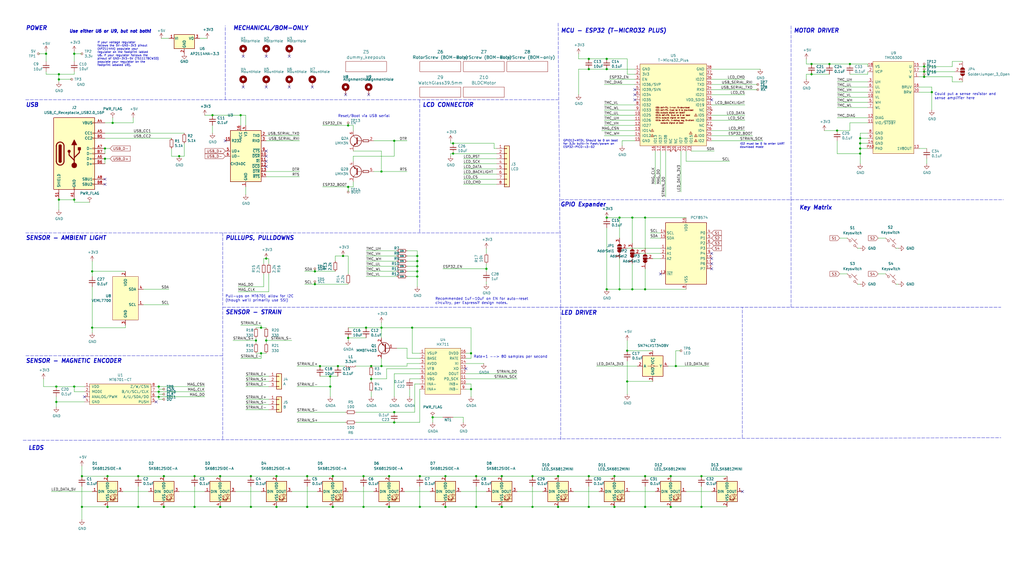
<source format=kicad_sch>
(kicad_sch (version 20231120) (generator "eeschema") (generator_version "8.0")
  (paper "User" 508 279.4)
  (title_block (title "SmartKnob View") (rev "${RELEASE_VERSION}") (company "Scott Bezek") (comment 2 "${COMMIT_DATE_LONG}") (comment 3 "${COMMIT_HASH}"))
  (junction (at 332.74 236.22))
  (junction (at 426.72 71.12))
  (junction (at 36.83 191.77))
  (junction (at 300.99 34.29))
  (junction (at 248.92 236.22))
  (junction (at 96.52 236.22))
  (junction (at 165.1 251.46))
  (junction (at 292.1 251.46))
  (junction (at 29.21 39.37))
  (junction (at 184.15 187.96))
  (junction (at 204.47 162.56))
  (junction (at 411.48 31.75))
  (junction (at 208.28 236.22))
  (junction (at 137.16 236.22))
  (junction (at 276.86 236.22))
  (junction (at 129.54 175.26))
  (junction (at 207.01 137.16))
  (junction (at 105.41 57.15))
  (junction (at 276.86 251.46))
  (junction (at 195.58 209.55))
  (junction (at 313.69 107.95))
  (junction (at 402.59 36.83))
  (junction (at 347.98 236.22))
  (junction (at 320.04 107.95))
  (junction (at 78.74 194.31))
  (junction (at 332.74 251.46))
  (junction (at 426.72 68.58))
  (junction (at 52.07 73.66))
  (junction (at 81.28 236.22))
  (junction (at 189.23 162.56))
  (junction (at 307.34 107.95))
  (junction (at 45.72 162.56))
  (junction (at 180.34 251.46))
  (junction (at 207.01 132.08))
  (junction (at 109.22 236.22))
  (junction (at 40.64 251.46))
  (junction (at 109.22 251.46))
  (junction (at 241.3 133.35))
  (junction (at 320.04 236.22))
  (junction (at 184.15 181.61))
  (junction (at 292.1 29.21))
  (junction (at 88.9 77.47))
  (junction (at 458.47 38.1))
  (junction (at 208.28 251.46))
  (junction (at 311.15 189.23))
  (junction (at 129.54 162.56))
  (junction (at 307.34 143.51))
  (junction (at 195.58 204.47))
  (junction (at 264.16 236.22))
  (junction (at 415.29 64.77))
  (junction (at 248.92 251.46))
  (junction (at 78.74 196.85))
  (junction (at 300.99 143.51))
  (junction (at 292.1 34.29))
  (junction (at 96.52 251.46))
  (junction (at 167.64 181.61))
  (junction (at 27.94 191.77))
  (junction (at 29.21 99.06))
  (junction (at 300.99 107.95))
  (junction (at 36.83 99.06))
  (junction (at 193.04 251.46))
  (junction (at 189.23 85.09))
  (junction (at 124.46 236.22))
  (junction (at 458.47 33.02))
  (junction (at 236.22 251.46))
  (junction (at 78.74 191.77))
  (junction (at 53.34 236.22))
  (junction (at 426.72 76.2))
  (junction (at 304.8 236.22))
  (junction (at 29.21 36.83))
  (junction (at 172.72 167.64))
  (junction (at 156.21 140.97))
  (junction (at 55.88 60.96))
  (junction (at 132.08 128.27))
  (junction (at 68.58 251.46))
  (junction (at 137.16 251.46))
  (junction (at 207.01 127))
  (junction (at 36.83 26.67))
  (junction (at 45.72 134.62))
  (junction (at 124.46 251.46))
  (junction (at 81.28 251.46))
  (junction (at 165.1 236.22))
  (junction (at 320.04 143.51))
  (junction (at 233.68 193.04))
  (junction (at 53.34 251.46))
  (junction (at 462.28 45.72))
  (junction (at 402.59 31.75))
  (junction (at 22.86 26.67))
  (junction (at 193.04 236.22))
  (junction (at 421.64 31.75))
  (junction (at 170.18 127))
  (junction (at 335.28 181.61))
  (junction (at 220.98 251.46))
  (junction (at 236.22 236.22))
  (junction (at 189.23 181.61))
  (junction (at 40.64 236.22))
  (junction (at 68.58 236.22))
  (junction (at 180.34 236.22))
  (junction (at 458.47 35.56))
  (junction (at 52.07 78.74))
  (junction (at 152.4 236.22))
  (junction (at 158.75 181.61))
  (junction (at 224.79 71.12))
  (junction (at 163.83 191.77))
  (junction (at 163.83 186.69))
  (junction (at 156.21 134.62))
  (junction (at 233.68 175.26))
  (junction (at 181.61 162.56))
  (junction (at 313.69 143.51))
  (junction (at 426.72 73.66))
  (junction (at 224.79 76.2))
  (junction (at 300.99 29.21))
  (junction (at 132.08 168.91))
  (junction (at 195.58 69.85))
  (junction (at 207.01 129.54))
  (junction (at 27.94 199.39))
  (junction (at 172.72 92.71))
  (junction (at 347.98 251.46))
  (junction (at 119.38 57.15))
  (junction (at 127 168.91))
  (junction (at 304.8 251.46))
  (junction (at 292.1 236.22))
  (junction (at 214.63 207.01))
  (junction (at 264.16 251.46))
  (junction (at 320.04 251.46))
  (junction (at 172.72 62.23))
  (junction (at 311.15 173.99))
  (junction (at 152.4 251.46))
  (junction (at 220.98 236.22))
  (junction (at 207.01 134.62))
  (no_connect (at 132.08 43.18))
  (no_connect (at 231.14 182.88))
  (no_connect (at 353.06 133.35))
  (no_connect (at 132.08 77.47))
  (no_connect (at 132.08 74.93))
  (no_connect (at 314.96 44.45))
  (no_connect (at 314.96 46.99))
  (no_connect (at 132.08 27.94))
  (no_connect (at 353.06 125.73))
  (no_connect (at 132.08 80.01))
  (no_connect (at 353.06 49.53))
  (no_connect (at 353.06 128.27))
  (no_connect (at 52.07 91.44))
  (no_connect (at 120.65 27.94))
  (no_connect (at 111.76 69.85))
  (no_connect (at 77.47 199.39))
  (no_connect (at 368.3 243.84))
  (no_connect (at 120.65 43.18))
  (no_connect (at 171.45 46.99))
  (no_connect (at 327.66 135.89))
  (no_connect (at 154.94 43.18))
  (no_connect (at 143.51 43.18))
  (no_connect (at 182.88 46.99))
  (no_connect (at 314.96 49.53))
  (no_connect (at 132.08 82.55))
  (no_connect (at 143.51 27.94))
  (no_connect (at 41.91 196.85))
  (no_connect (at 353.06 130.81))
  (no_connect (at 52.07 88.9))
  (wire (pts (xy 80.01 19.05) (xy 83.82 19.05)))
  (wire (pts (xy 231.14 180.34) (xy 240.03 180.34)))
  (wire (pts (xy 229.87 207.01) (xy 229.87 209.55)))
  (wire (pts (xy 121.92 62.23) (xy 121.92 57.15)))
  (wire (pts (xy 426.72 71.12) (xy 426.72 68.58)))
  (wire (pts (xy 207.01 124.46) (xy 207.01 127)))
  (wire (pts (xy 207.01 137.16) (xy 207.01 142.24)))
  (wire (pts (xy 241.3 125.73) (xy 241.3 123.19)))
  (wire (pts (xy 196.85 172.72) (xy 201.93 172.72)))
  (wire (pts (xy 81.28 198.12) (xy 78.74 198.12)))
  (wire (pts (xy 426.72 81.28) (xy 426.72 76.2)))
  (wire (pts (xy 36.83 194.31) (xy 36.83 191.77)))
  (wire (pts (xy 300.99 107.95) (xy 307.34 107.95)))
  (wire (pts (xy 223.52 69.85) (xy 223.52 71.12)))
  (wire (pts (xy 430.53 53.34) (xy 415.29 53.34)))
  (wire (pts (xy 151.13 134.62) (xy 156.21 134.62)))
  (wire (pts (xy 45.72 134.62) (xy 62.23 134.62)))
  (wire (pts (xy 200.66 243.84) (xy 213.36 243.84)))
  (wire (pts (xy 304.8 251.46) (xy 320.04 251.46)))
  (wire (pts (xy 116.84 243.84) (xy 129.54 243.84)))
  (wire (pts (xy 29.21 39.37) (xy 29.21 40.64)))
  (wire (pts (xy 105.41 62.23) (xy 105.41 66.04)))
  (wire (pts (xy 340.36 80.01) (xy 340.36 74.93)))
  (polyline (pts (xy 208.28 49.53) (xy 208.28 115.57)) (stroke (width 0) (type dash)))
  (polyline (pts (xy 11.43 218.44) (xy 496.57 217.17)) (stroke (width 0) (type dash)))
  (wire (pts (xy 430.53 60.96) (xy 421.64 60.96)))
  (wire (pts (xy 307.34 128.27) (xy 307.34 143.51)))
  (wire (pts (xy 311.15 29.21) (xy 300.99 29.21)))
  (wire (pts (xy 156.21 134.62) (xy 166.37 134.62)))
  (wire (pts (xy 175.26 62.23) (xy 175.26 64.77)))
  (wire (pts (xy 295.91 181.61) (xy 316.23 181.61)))
  (wire (pts (xy 353.06 46.99) (xy 369.57 46.99)))
  (wire (pts (xy 320.04 123.19) (xy 320.04 107.95)))
  (wire (pts (xy 459.74 78.74) (xy 459.74 81.28)))
  (wire (pts (xy 228.6 243.84) (xy 241.3 243.84)))
  (wire (pts (xy 421.64 64.77) (xy 421.64 60.96)))
  (wire (pts (xy 430.53 48.26) (xy 415.29 48.26)))
  (wire (pts (xy 314.96 52.07) (xy 299.72 52.07)))
  (wire (pts (xy 36.83 99.06) (xy 29.21 99.06)))
  (wire (pts (xy 176.53 204.47) (xy 195.58 204.47)))
  (wire (pts (xy 241.3 133.35) (xy 241.3 130.81)))
  (wire (pts (xy 314.96 67.31) (xy 299.72 67.31)))
  (wire (pts (xy 127 168.91) (xy 127 170.18)))
  (wire (pts (xy 246.38 83.82) (xy 229.87 83.82)))
  (wire (pts (xy 231.14 190.5) (xy 233.68 190.5)))
  (wire (pts (xy 287.02 26.67) (xy 287.02 29.21)))
  (wire (pts (xy 166.37 127) (xy 170.18 127)))
  (wire (pts (xy 311.15 36.83) (xy 311.15 29.21)))
  (wire (pts (xy 115.57 168.91) (xy 127 168.91)))
  (wire (pts (xy 416.56 135.89) (xy 420.37 135.89)))
  (wire (pts (xy 27.94 199.39) (xy 27.94 201.93)))
  (wire (pts (xy 195.58 209.55) (xy 208.28 209.55)))
  (wire (pts (xy 353.06 67.31) (xy 373.38 67.31)))
  (wire (pts (xy 195.58 185.42) (xy 195.58 196.85)))
  (wire (pts (xy 176.53 181.61) (xy 184.15 181.61)))
  (wire (pts (xy 231.14 193.04) (xy 233.68 193.04)))
  (wire (pts (xy 233.68 175.26) (xy 231.14 175.26)))
  (wire (pts (xy 337.82 173.99) (xy 335.28 173.99)))
  (wire (pts (xy 353.06 57.15) (xy 369.57 57.15)))
  (wire (pts (xy 189.23 162.56) (xy 189.23 160.02)))
  (wire (pts (xy 189.23 85.09) (xy 201.93 85.09)))
  (wire (pts (xy 313.69 130.81) (xy 313.69 143.51)))
  (wire (pts (xy 158.75 186.69) (xy 163.83 186.69)))
  (wire (pts (xy 152.4 236.22) (xy 165.1 236.22)))
  (wire (pts (xy 208.28 251.46) (xy 220.98 251.46)))
  (wire (pts (xy 78.74 194.31) (xy 101.6 194.31)))
  (polyline (pts (xy 278.13 152.4) (xy 496.57 152.4)) (stroke (width 0) (type dash)))
  (wire (pts (xy 353.06 41.91) (xy 375.92 41.91)))
  (wire (pts (xy 172.72 127) (xy 172.72 135.89)))
  (wire (pts (xy 340.36 243.84) (xy 353.06 243.84)))
  (wire (pts (xy 81.28 193.04) (xy 78.74 193.04)))
  (wire (pts (xy 307.34 118.11) (xy 307.34 107.95)))
  (wire (pts (xy 307.34 143.51) (xy 313.69 143.51)))
  (wire (pts (xy 78.74 195.58) (xy 78.74 194.31)))
  (wire (pts (xy 472.44 40.64) (xy 477.52 40.64)))
  (wire (pts (xy 29.21 39.37) (xy 35.56 39.37)))
  (wire (pts (xy 400.05 36.83) (xy 400.05 39.37)))
  (wire (pts (xy 68.58 236.22) (xy 81.28 236.22)))
  (wire (pts (xy 83.82 151.13) (xy 71.12 151.13)))
  (wire (pts (xy 163.83 186.69) (xy 167.64 186.69)))
  (wire (pts (xy 415.29 69.85) (xy 415.29 76.2)))
  (wire (pts (xy 52.07 68.58) (xy 85.09 68.58)))
  (wire (pts (xy 121.92 57.15) (xy 119.38 57.15)))
  (wire (pts (xy 189.23 74.93) (xy 189.23 85.09)))
  (wire (pts (xy 320.04 143.51) (xy 340.36 143.51)))
  (wire (pts (xy 55.88 58.42) (xy 55.88 60.96)))
  (wire (pts (xy 415.29 64.77) (xy 421.64 64.77)))
  (wire (pts (xy 171.45 204.47) (xy 147.32 204.47)))
  (wire (pts (xy 40.64 257.81) (xy 40.64 251.46)))
  (wire (pts (xy 137.16 236.22) (xy 152.4 236.22)))
  (wire (pts (xy 430.53 58.42) (xy 415.29 58.42)))
  (wire (pts (xy 458.47 33.02) (xy 472.44 33.02)))
  (wire (pts (xy 184.15 186.69) (xy 184.15 187.96)))
  (wire (pts (xy 408.94 64.77) (xy 415.29 64.77)))
  (wire (pts (xy 311.15 195.58) (xy 311.15 189.23)))
  (wire (pts (xy 53.34 236.22) (xy 68.58 236.22)))
  (wire (pts (xy 158.75 181.61) (xy 167.64 181.61)))
  (wire (pts (xy 233.68 190.5) (xy 233.68 193.04)))
  (wire (pts (xy 172.72 168.91) (xy 172.72 167.64)))
  (wire (pts (xy 81.28 195.58) (xy 78.74 195.58)))
  (wire (pts (xy 118.11 144.78) (xy 133.35 144.78)))
  (wire (pts (xy 201.93 172.72) (xy 201.93 177.8)))
  (wire (pts (xy 426.72 73.66) (xy 426.72 71.12)))
  (wire (pts (xy 233.68 177.8) (xy 233.68 175.26)))
  (wire (pts (xy 207.01 127) (xy 207.01 129.54)))
  (wire (pts (xy 426.72 66.04) (xy 430.53 66.04)))
  (polyline (pts (xy 392.43 99.06) (xy 497.84 99.06)) (stroke (width 0) (type dash)))
  (wire (pts (xy 204.47 175.26) (xy 208.28 175.26)))
  (wire (pts (xy 147.32 181.61) (xy 158.75 181.61)))
  (wire (pts (xy 201.93 129.54) (xy 207.01 129.54)))
  (wire (pts (xy 124.46 241.3) (xy 124.46 251.46)))
  (wire (pts (xy 311.15 173.99) (xy 323.85 173.99)))
  (wire (pts (xy 220.98 236.22) (xy 236.22 236.22)))
  (wire (pts (xy 121.92 186.69) (xy 133.35 186.69)))
  (wire (pts (xy 353.06 64.77) (xy 369.57 64.77)))
  (wire (pts (xy 292.1 236.22) (xy 304.8 236.22)))
  (wire (pts (xy 36.83 26.67) (xy 36.83 30.48)))
  (wire (pts (xy 246.38 73.66) (xy 245.11 73.66)))
  (wire (pts (xy 175.26 80.01) (xy 175.26 77.47)))
  (wire (pts (xy 147.32 209.55) (xy 171.45 209.55)))
  (wire (pts (xy 96.52 236.22) (xy 109.22 236.22)))
  (wire (pts (xy 52.07 78.74) (xy 54.61 78.74)))
  (wire (pts (xy 337.82 95.25) (xy 337.82 74.93)))
  (wire (pts (xy 119.38 177.8) (xy 129.54 177.8)))
  (wire (pts (xy 400.05 29.21) (xy 400.05 31.75)))
  (wire (pts (xy 181.61 167.64) (xy 172.72 167.64)))
  (wire (pts (xy 147.32 191.77) (xy 163.83 191.77)))
  (wire (pts (xy 204.47 162.56) (xy 233.68 162.56)))
  (wire (pts (xy 203.2 187.96) (xy 208.28 187.96)))
  (wire (pts (xy 462.28 45.72) (xy 462.28 54.61)))
  (wire (pts (xy 426.72 71.12) (xy 430.53 71.12)))
  (wire (pts (xy 175.26 74.93) (xy 189.23 74.93)))
  (wire (pts (xy 127 175.26) (xy 129.54 175.26)))
  (wire (pts (xy 132.08 168.91) (xy 144.78 168.91)))
  (wire (pts (xy 313.69 107.95) (xy 320.04 107.95)))
  (wire (pts (xy 77.47 194.31) (xy 78.74 194.31)))
  (wire (pts (xy 314.96 57.15) (xy 299.72 57.15)))
  (wire (pts (xy 421.64 31.75) (xy 411.48 31.75)))
  (wire (pts (xy 78.74 196.85) (xy 101.6 196.85)))
  (wire (pts (xy 314.96 41.91) (xy 299.72 41.91)))
  (wire (pts (xy 36.83 25.4) (xy 36.83 26.67)))
  (wire (pts (xy 29.21 99.06) (xy 29.21 104.14)))
  (wire (pts (xy 121.92 191.77) (xy 133.35 191.77)))
  (wire (pts (xy 52.07 73.66) (xy 52.07 76.2)))
  (wire (pts (xy 172.72 62.23) (xy 175.26 62.23)))
  (wire (pts (xy 214.63 207.01) (xy 219.71 207.01)))
  (wire (pts (xy 207.01 134.62) (xy 207.01 137.16)))
  (wire (pts (xy 458.47 36.83) (xy 458.47 38.1)))
  (wire (pts (xy 264.16 241.3) (xy 264.16 251.46)))
  (wire (pts (xy 129.54 162.56) (xy 132.08 162.56)))
  (wire (pts (xy 151.13 140.97) (xy 156.21 140.97)))
  (wire (pts (xy 175.26 90.17) (xy 175.26 92.71)))
  (wire (pts (xy 78.74 198.12) (xy 78.74 196.85)))
  (wire (pts (xy 196.85 137.16) (xy 181.61 137.16)))
  (wire (pts (xy 133.35 128.27) (xy 133.35 130.81)))
  (wire (pts (xy 52.07 60.96) (xy 55.88 60.96)))
  (wire (pts (xy 231.14 177.8) (xy 233.68 177.8)))
  (wire (pts (xy 325.12 74.93) (xy 325.12 91.44)))
  (wire (pts (xy 353.06 69.85) (xy 378.46 69.85)))
  (wire (pts (xy 53.34 251.46) (xy 68.58 251.46)))
  (wire (pts (xy 132.08 87.63) (xy 148.59 87.63)))
  (wire (pts (xy 208.28 193.04) (xy 208.28 209.55)))
  (wire (pts (xy 236.22 251.46) (xy 248.92 251.46)))
  (wire (pts (xy 347.98 251.46) (xy 360.68 251.46)))
  (wire (pts (xy 308.61 72.39) (xy 308.61 69.85)))
  (wire (pts (xy 220.98 251.46) (xy 236.22 251.46)))
  (wire (pts (xy 430.53 33.02) (xy 430.53 31.75)))
  (wire (pts (xy 185.42 69.85) (xy 195.58 69.85)))
  (wire (pts (xy 300.99 29.21) (xy 292.1 29.21)))
  (wire (pts (xy 68.58 241.3) (xy 68.58 251.46)))
  (wire (pts (xy 109.22 251.46) (xy 124.46 251.46)))
  (wire (pts (xy 335.28 173.99) (xy 335.28 181.61)))
  (wire (pts (xy 119.38 161.29) (xy 129.54 161.29)))
  (wire (pts (xy 231.14 185.42) (xy 256.54 185.42)))
  (wire (pts (xy 91.44 77.47) (xy 91.44 71.12)))
  (wire (pts (xy 29.21 36.83) (xy 36.83 36.83)))
  (wire (pts (xy 458.47 38.1) (xy 472.44 38.1)))
  (wire (pts (xy 415.29 76.2) (xy 426.72 76.2)))
  (wire (pts (xy 45.72 137.16) (xy 45.72 134.62)))
  (wire (pts (xy 180.34 241.3) (xy 180.34 251.46)))
  (wire (pts (xy 132.08 128.27) (xy 133.35 128.27)))
  (wire (pts (xy 130.81 135.89) (xy 130.81 142.24)))
  (wire (pts (xy 96.52 241.3) (xy 96.52 251.46)))
  (wire (pts (xy 195.58 77.47) (xy 195.58 69.85)))
  (wire (pts (xy 430.53 50.8) (xy 415.29 50.8)))
  (wire (pts (xy 312.42 243.84) (xy 325.12 243.84)))
  (wire (pts (xy 307.34 107.95) (xy 313.69 107.95)))
  (polyline (pts (xy 278.13 99.06) (xy 392.43 99.06)) (stroke (width 0) (type dash)))
  (wire (pts (xy 430.53 36.83) (xy 430.53 35.56)))
  (wire (pts (xy 166.37 129.54) (xy 166.37 127)))
  (wire (pts (xy 311.15 168.91) (xy 311.15 173.99)))
  (polyline (pts (xy 110.49 176.53) (xy 12.7 176.53)) (stroke (width 0) (type dash)))
  (wire (pts (xy 340.36 80.01) (xy 361.95 80.01)))
  (wire (pts (xy 196.85 132.08) (xy 181.61 132.08)))
  (wire (pts (xy 292.1 29.21) (xy 287.02 29.21)))
  (wire (pts (xy 77.47 191.77) (xy 78.74 191.77)))
  (wire (pts (xy 96.52 251.46) (xy 109.22 251.46)))
  (wire (pts (xy 458.47 34.29) (xy 458.47 35.56)))
  (wire (pts (xy 172.72 60.96) (xy 172.72 62.23)))
  (wire (pts (xy 207.01 127) (xy 201.93 127)))
  (wire (pts (xy 233.68 193.04) (xy 233.68 196.85)))
  (wire (pts (xy 88.9 243.84) (xy 101.6 243.84)))
  (wire (pts (xy 219.71 133.35) (xy 241.3 133.35)))
  (wire (pts (xy 426.72 76.2) (xy 426.72 73.66)))
  (wire (pts (xy 264.16 251.46) (xy 276.86 251.46)))
  (wire (pts (xy 322.58 118.11) (xy 327.66 118.11)))
  (wire (pts (xy 121.92 203.2) (xy 133.35 203.2)))
  (wire (pts (xy 426.72 68.58) (xy 426.72 66.04)))
  (wire (pts (xy 335.28 181.61) (xy 351.79 181.61)))
  (wire (pts (xy 121.92 200.66) (xy 133.35 200.66)))
  (wire (pts (xy 29.21 36.83) (xy 29.21 39.37)))
  (wire (pts (xy 132.08 167.64) (xy 132.08 168.91)))
  (wire (pts (xy 284.48 243.84) (xy 297.18 243.84)))
  (wire (pts (xy 81.28 236.22) (xy 96.52 236.22)))
  (wire (pts (xy 477.52 30.48) (xy 472.44 30.48)))
  (wire (pts (xy 99.06 19.05) (xy 102.87 19.05)))
  (wire (pts (xy 302.26 39.37) (xy 314.96 39.37)))
  (wire (pts (xy 472.44 30.48) (xy 472.44 33.02)))
  (wire (pts (xy 369.57 59.69) (xy 353.06 59.69)))
  (wire (pts (xy 320.04 241.3) (xy 320.04 251.46)))
  (wire (pts (xy 40.64 241.3) (xy 40.64 251.46)))
  (wire (pts (xy 400.05 31.75) (xy 402.59 31.75)))
  (polyline (pts (xy 12.7 115.57) (xy 278.13 115.57)) (stroke (width 0) (type dash)))
  (wire (pts (xy 172.72 95.25) (xy 172.72 92.71)))
  (wire (pts (xy 201.93 134.62) (xy 207.01 134.62)))
  (wire (pts (xy 264.16 236.22) (xy 276.86 236.22)))
  (wire (pts (xy 41.91 194.31) (xy 36.83 194.31)))
  (wire (pts (xy 314.96 64.77) (xy 298.45 64.77)))
  (wire (pts (xy 40.64 231.14) (xy 40.64 236.22)))
  (wire (pts (xy 207.01 129.54) (xy 207.01 132.08)))
  (wire (pts (xy 462.28 43.18) (xy 462.28 45.72)))
  (wire (pts (xy 347.98 241.3) (xy 347.98 251.46)))
  (polyline (pts (xy 392.43 152.4) (xy 392.43 99.06)) (stroke (width 0) (type dash)))
  (wire (pts (xy 332.74 236.22) (xy 347.98 236.22)))
  (wire (pts (xy 36.83 99.06) (xy 36.83 100.33)))
  (wire (pts (xy 77.47 196.85) (xy 78.74 196.85)))
  (wire (pts (xy 175.26 77.47) (xy 195.58 77.47)))
  (wire (pts (xy 314.96 62.23) (xy 299.72 62.23)))
  (wire (pts (xy 81.28 251.46) (xy 96.52 251.46)))
  (polyline (pts (xy 12.7 49.53) (xy 276.86 49.53)) (stroke (width 0) (type dash)))
  (wire (pts (xy 311.15 123.19) (xy 327.66 123.19)))
  (wire (pts (xy 304.8 236.22) (xy 320.04 236.22)))
  (wire (pts (xy 248.92 236.22) (xy 264.16 236.22)))
  (wire (pts (xy 45.72 165.1) (xy 45.72 162.56)))
  (wire (pts (xy 201.93 177.8) (xy 208.28 177.8)))
  (wire (pts (xy 425.45 140.97) (xy 426.72 140.97)))
  (wire (pts (xy 300.99 34.29) (xy 292.1 34.29)))
  (wire (pts (xy 121.92 96.52) (xy 121.92 92.71)))
  (wire (pts (xy 22.86 26.67) (xy 22.86 30.48)))
  (wire (pts (xy 292.1 241.3) (xy 292.1 251.46)))
  (wire (pts (xy 416.56 118.11) (xy 420.37 118.11)))
  (wire (pts (xy 205.74 190.5) (xy 205.74 204.47)))
  (wire (pts (xy 160.02 62.23) (xy 172.72 62.23)))
  (wire (pts (xy 320.04 236.22) (xy 332.74 236.22)))
  (wire (pts (xy 163.83 191.77) (xy 163.83 196.85)))
  (wire (pts (xy 119.38 57.15) (xy 119.38 62.23)))
  (polyline (pts (xy 276.86 11.43) (xy 278.13 152.4)) (stroke (width 0) (type dash)))
  (wire (pts (xy 121.92 189.23) (xy 133.35 189.23)))
  (wire (pts (xy 233.68 162.56) (xy 233.68 175.26)))
  (wire (pts (xy 132.08 67.31) (xy 148.59 67.31)))
  (wire (pts (xy 127 167.64) (xy 127 168.91)))
  (wire (pts (xy 29.21 36.83) (xy 22.86 36.83)))
  (wire (pts (xy 27.94 199.39) (xy 41.91 199.39)))
  (wire (pts (xy 314.96 36.83) (xy 311.15 36.83)))
  (wire (pts (xy 129.54 161.29) (xy 129.54 162.56)))
  (wire (pts (xy 314.96 34.29) (xy 300.99 34.29)))
  (wire (pts (xy 189.23 162.56) (xy 189.23 167.64)))
  (wire (pts (xy 175.26 92.71) (xy 172.72 92.71)))
  (wire (pts (xy 246.38 88.9) (xy 229.87 88.9)))
  (wire (pts (xy 400.05 36.83) (xy 402.59 36.83)))
  (wire (pts (xy 130.81 128.27) (xy 132.08 128.27)))
  (wire (pts (xy 369.57 39.37) (xy 353.06 39.37)))
  (wire (pts (xy 430.53 45.72) (xy 415.29 45.72)))
  (wire (pts (xy 313.69 107.95) (xy 313.69 120.65)))
  (polyline (pts (xy 110.49 152.4) (xy 278.13 152.4)) (stroke (width 0) (type dash)))
  (wire (pts (xy 430.53 40.64) (xy 415.29 40.64)))
  (wire (pts (xy 189.23 177.8) (xy 189.23 181.61)))
  (wire (pts (xy 229.87 86.36) (xy 246.38 86.36)))
  (wire (pts (xy 455.93 33.02) (xy 458.47 33.02)))
  (wire (pts (xy 196.85 124.46) (xy 181.61 124.46)))
  (wire (pts (xy 327.66 74.93) (xy 327.66 91.44)))
  (wire (pts (xy 323.85 128.27) (xy 327.66 128.27)))
  (wire (pts (xy 402.59 31.75) (xy 411.48 31.75)))
  (wire (pts (xy 430.53 73.66) (xy 426.72 73.66)))
  (wire (pts (xy 105.41 57.15) (xy 119.38 57.15)))
  (polyline (pts (xy 392.43 99.06) (xy 392.43 12.7)) (stroke (width 0) (type dash)))
  (wire (pts (xy 195.58 209.55) (xy 176.53 209.55)))
  (wire (pts (xy 40.64 251.46) (xy 53.34 251.46)))
  (wire (pts (xy 208.28 190.5) (xy 205.74 190.5)))
  (wire (pts (xy 144.78 243.84) (xy 157.48 243.84)))
  (wire (pts (xy 180.34 251.46) (xy 193.04 251.46)))
  (wire (pts (xy 121.92 198.12) (xy 133.35 198.12)))
  (wire (pts (xy 425.45 123.19) (xy 426.72 123.19)))
  (wire (pts (xy 181.61 162.56) (xy 189.23 162.56)))
  (wire (pts (xy 458.47 35.56) (xy 473.71 35.56)))
  (wire (pts (xy 129.54 175.26) (xy 129.54 177.8)))
  (wire (pts (xy 311.15 189.23) (xy 323.85 189.23)))
  (wire (pts (xy 369.57 52.07) (xy 353.06 52.07)))
  (wire (pts (xy 455.93 43.18) (xy 462.28 43.18)))
  (wire (pts (xy 236.22 241.3) (xy 236.22 251.46)))
  (wire (pts (xy 36.83 36.83) (xy 36.83 35.56)))
  (wire (pts (xy 22.86 36.83) (xy 22.86 35.56)))
  (wire (pts (xy 322.58 115.57) (xy 327.66 115.57)))
  (wire (pts (xy 40.64 236.22) (xy 53.34 236.22)))
  (wire (pts (xy 109.22 236.22) (xy 124.46 236.22)))
  (wire (pts (xy 276.86 236.22) (xy 292.1 236.22)))
  (wire (pts (xy 132.08 168.91) (xy 132.08 170.18)))
  (wire (pts (xy 435.61 118.11) (xy 439.42 118.11)))
  (wire (pts (xy 292.1 251.46) (xy 304.8 251.46)))
  (wire (pts (xy 189.23 181.61) (xy 201.93 181.61)))
  (wire (pts (xy 185.42 85.09) (xy 189.23 85.09)))
  (wire (pts (xy 314.96 54.61) (xy 299.72 54.61)))
  (wire (pts (xy 55.88 60.96) (xy 66.04 60.96)))
  (wire (pts (xy 276.86 251.46) (xy 292.1 251.46)))
  (wire (pts (xy 300.99 113.03) (xy 300.99 143.51)))
  (wire (pts (xy 71.12 143.51) (xy 83.82 143.51)))
  (wire (pts (xy 118.11 142.24) (xy 130.81 142.24)))
  (wire (pts (xy 208.28 236.22) (xy 220.98 236.22)))
  (wire (pts (xy 320.04 251.46) (xy 332.74 251.46)))
  (wire (pts (xy 191.77 187.96) (xy 191.77 182.88)))
  (wire (pts (xy 172.72 92.71) (xy 160.02 92.71)))
  (wire (pts (xy 137.16 251.46) (xy 152.4 251.46)))
  (wire (pts (xy 124.46 251.46) (xy 137.16 251.46)))
  (wire (pts (xy 231.14 187.96) (xy 256.54 187.96)))
  (wire (pts (xy 444.5 123.19) (xy 445.77 123.19)))
  (wire (pts (xy 223.52 71.12) (xy 224.79 71.12)))
  (wire (pts (xy 314.96 59.69) (xy 299.72 59.69)))
  (wire (pts (xy 458.47 31.75) (xy 458.47 33.02)))
  (wire (pts (xy 36.83 26.67) (xy 40.64 26.67)))
  (wire (pts (xy 60.96 243.84) (xy 73.66 243.84)))
  (wire (pts (xy 45.72 134.62) (xy 45.72 129.54)))
  (wire (pts (xy 184.15 187.96) (xy 191.77 187.96)))
  (wire (pts (xy 27.94 191.77) (xy 21.59 191.77)))
  (wire (pts (xy 196.85 127) (xy 181.61 127)))
  (wire (pts (xy 203.2 193.04) (xy 203.2 196.85)))
  (wire (pts (xy 246.38 78.74) (xy 229.87 78.74)))
  (wire (pts (xy 196.85 134.62) (xy 181.61 134.62)))
  (wire (pts (xy 330.2 74.93) (xy 330.2 97.79)))
  (wire (pts (xy 430.53 43.18) (xy 415.29 43.18)))
  (wire (pts (xy 320.04 133.35) (xy 320.04 143.51)))
  (wire (pts (xy 435.61 135.89) (xy 439.42 135.89)))
  (wire (pts (xy 353.06 44.45) (xy 375.92 44.45)))
  (wire (pts (xy 132.08 69.85) (xy 148.59 69.85)))
  (wire (pts (xy 129.54 175.26) (xy 132.08 175.26)))
  (wire (pts (xy 165.1 236.22) (xy 180.34 236.22)))
  (wire (pts (xy 193.04 236.22) (xy 208.28 236.22)))
  (wire (pts (xy 156.21 140.97) (xy 172.72 140.97)))
  (wire (pts (xy 331.47 181.61) (xy 335.28 181.61)))
  (wire (pts (xy 172.72 243.84) (xy 185.42 243.84)))
  (wire (pts (xy 195.58 204.47) (xy 205.74 204.47)))
  (wire (pts (xy 36.83 191.77) (xy 41.91 191.77)))
  (wire (pts (xy 411.48 36.83) (xy 402.59 36.83)))
  (wire (pts (xy 444.5 140.97) (xy 445.77 140.97)))
  (wire (pts (xy 224.79 76.2) (xy 246.38 76.2)))
  (wire (pts (xy 22.86 25.4) (xy 22.86 26.67)))
  (wire (pts (xy 311.15 179.07) (xy 311.15 189.23)))
  (wire (pts (xy 152.4 241.3) (xy 152.4 251.46)))
  (wire (pts (xy 430.53 68.58) (xy 426.72 68.58)))
  (wire (pts (xy 472.44 38.1) (xy 472.44 40.64)))
  (wire (pts (xy 224.79 207.01) (xy 229.87 207.01)))
  (wire (pts (xy 167.64 181.61) (xy 171.45 181.61)))
  (wire (pts (xy 208.28 185.42) (xy 195.58 185.42)))
  (wire (pts (xy 455.93 35.56) (xy 458.47 35.56)))
  (wire (pts (xy 62.23 161.29) (xy 62.23 162.56)))
  (wire (pts (xy 163.83 186.69) (xy 163.83 191.77)))
  (wire (pts (xy 201.93 132.08) (xy 207.01 132.08)))
  (wire (pts (xy 170.18 127) (xy 172.72 127)))
  (wire (pts (xy 455.93 73.66) (xy 459.74 73.66)))
  (wire (pts (xy 256.54 243.84) (xy 269.24 243.84)))
  (wire (pts (xy 287.02 34.29) (xy 287.02 46.99)))
  (wire (pts (xy 300.99 143.51) (xy 307.34 143.51)))
  (polyline (pts (xy 111.76 49.53) (xy 111.76 12.7)) (stroke (width 0) (type dash)))
  (wire (pts (xy 133.35 135.89) (xy 133.35 144.78)))
  (wire (pts (xy 184.15 189.23) (xy 184.15 187.96)))
  (wire (pts (xy 204.47 162.56) (xy 204.47 175.26)))
  (wire (pts (xy 236.22 236.22) (xy 248.92 236.22)))
  (wire (pts (xy 191.77 182.88) (xy 208.28 182.88)))
  (wire (pts (xy 172.72 162.56) (xy 181.61 162.56)))
  (wire (pts (xy 78.74 193.04) (xy 78.74 191.77)))
  (wire (pts (xy 52.07 66.04) (xy 91.44 66.04)))
  (wire (pts (xy 201.93 137.16) (xy 207.01 137.16)))
  (wire (pts (xy 27.94 196.85) (xy 27.94 199.39)))
  (polyline (pts (xy 110.49 115.57) (xy 110.49 218.44)) (stroke (width 0) (type dash)))
  (wire (pts (xy 85.09 73.66) (xy 85.09 77.47)))
  (wire (pts (xy 88.9 77.47) (xy 91.44 77.47)))
  (wire (pts (xy 347.98 236.22) (xy 360.68 236.22)))
  (wire (pts (xy 45.72 162.56) (xy 45.72 142.24)))
  (wire (pts (xy 193.04 251.46) (xy 208.28 251.46)))
  (wire (pts (xy 223.52 76.2) (xy 224.79 76.2)))
  (wire (pts (xy 229.87 81.28) (xy 246.38 81.28)))
  (polyline (pts (xy 368.3 217.17) (xy 368.3 152.4)) (stroke (width 0) (type dash)))
  (wire (pts (xy 156.21 139.7) (xy 156.21 140.97)))
  (wire (pts (xy 189.23 162.56) (xy 204.47 162.56)))
  (wire (pts (xy 184.15 181.61) (xy 189.23 181.61)))
  (wire (pts (xy 313.69 143.51) (xy 320.04 143.51)))
  (wire (pts (xy 180.34 236.22) (xy 193.04 236.22)))
  (wire (pts (xy 62.23 162.56) (xy 45.72 162.56)))
  (wire (pts (xy 152.4 251.46) (xy 165.1 251.46)))
  (wire (pts (xy 85.09 77.47) (xy 88.9 77.47)))
  (wire (pts (xy 36.83 191.77) (xy 27.94 191.77)))
  (wire (pts (xy 224.79 71.12) (xy 245.11 71.12)))
  (wire (pts (xy 132.08 85.09) (xy 148.59 85.09)))
  (wire (pts (xy 458.47 38.1) (xy 455.93 38.1)))
  (wire (pts (xy 201.93 181.61) (xy 201.93 180.34)))
  (wire (pts (xy 208.28 241.3) (xy 208.28 251.46)))
  (wire (pts (xy 201.93 124.46) (xy 207.01 124.46)))
  (wire (pts (xy 241.3 134.62) (xy 241.3 133.35)))
  (wire (pts (xy 68.58 251.46) (xy 81.28 251.46)))
  (wire (pts (xy 308.61 69.85) (xy 314.96 69.85)))
  (wire (pts (xy 66.04 58.42) (xy 66.04 60.96)))
  (wire (pts (xy 25.4 243.84) (xy 45.72 243.84)))
  (wire (pts (xy 214.63 209.55) (xy 214.63 207.01)))
  (wire (pts (xy 195.58 69.85) (xy 201.93 69.85)))
  (wire (pts (xy 101.6 57.15) (xy 105.41 57.15)))
  (wire (pts (xy 165.1 251.46) (xy 180.34 251.46)))
  (wire (pts (xy 36.83 100.33) (xy 44.45 100.33)))
  (wire (pts (xy 455.93 45.72) (xy 462.28 45.72)))
  (wire (pts (xy 19.05 26.67) (xy 22.86 26.67)))
  (wire (pts (xy 421.64 36.83) (xy 430.53 36.83)))
  (wire (pts (xy 184.15 196.85) (xy 184.15 194.31)))
  (wire (pts (xy 229.87 91.44) (xy 246.38 91.44)))
  (wire (pts (xy 127 162.56) (xy 129.54 162.56)))
  (wire (pts (xy 241.3 140.97) (xy 241.3 139.7)))
  (wire (pts (xy 317.5 125.73) (xy 327.66 125.73)))
  (wire (pts (xy 21.59 191.77) (xy 21.59 187.96)))
  (wire (pts (xy 332.74 251.46) (xy 347.98 251.46)))
  (wire (pts (xy 320.04 107.95) (xy 340.36 107.95)))
  (polyline (pts (xy 278.13 152.4) (xy 278.13 218.44)) (stroke (width 0) (type dash)))
  (wire (pts (xy 52.07 73.66) (xy 54.61 73.66)))
  (wire (pts (xy 342.9 74.93) (xy 354.33 74.93)))
  (wire (pts (xy 248.92 251.46) (xy 264.16 251.46)))
  (wire (pts (xy 353.06 34.29) (xy 377.19 34.29)))
  (wire (pts (xy 124.46 236.22) (xy 137.16 236.22)))
  (wire (pts (xy 245.11 71.12) (xy 245.11 73.66)))
  (wire (pts (xy 196.85 129.54) (xy 181.61 129.54)))
  (wire (pts (xy 201.93 180.34) (xy 208.28 180.34)))
  (wire (pts (xy 207.01 132.08) (xy 207.01 134.62)))
  (wire (pts (xy 156.21 133.35) (xy 156.21 134.62)))
  (wire (pts (xy 430.53 31.75) (xy 421.64 31.75)))
  (wire (pts (xy 130.81 130.81) (xy 130.81 128.27)))
  (wire (pts (xy 223.52 76.2) (xy 223.52 77.47)))
  (wire (pts (xy 287.02 34.29) (xy 292.1 34.29)))
  (wire (pts (xy 78.74 191.77) (xy 101.6 191.77)))
  (wire (pts (xy 52.07 78.74) (xy 52.07 81.28)))
  (text "POWER" (at 12.7 15.24 0) (effects (font (size 2.0066 2.0066) (thickness 0.4013) (bold yes) (italic yes)) (justify left bottom)))
  (text "If your voltage regulator\nfollows the 5V-GND-3V3 pinout\n(AP2114HA) populate your\nregulator on the footprint labled\nU6. If your regulator follows the\npinout of GND-3V3-5V (TS1117BCW33)\npopulate your regulator on the\nfootprint labaled U9)." (at 48.26 33.02 0) (effects (font (size 1 1)) (justify left bottom)))
  (text "SENSOR - MAGNETIC ENCODER" (at 12.7 180.34 0) (effects (font (size 2.0066 2.0066) (thickness 0.4013) (bold yes) (italic yes)) (justify left bottom)))
  (text "Could put a sense resistor and\nsense amplifier here" (at 463.55 49.53 0) (effects (font (size 1.27 1.27)) (justify left bottom)))
  (text "MECHANICAL/BOM-ONLY" (at 115.57 15.24 0) (effects (font (size 2.0066 2.0066) (thickness 0.4013) (bold yes) (italic yes)) (justify left bottom)))
  (text "Pull-ups on MT6701 allow for I2C\n(though we'll primarily use SSI)" (at 111.76 149.86 0) (effects (font (size 1.27 1.27)) (justify left bottom)))
  (text "Use either U6 or U9, but not both!" (at 34.29 16.51 0) (effects (font (size 1.5 1.5) (thickness 0.6) (bold yes) (italic yes)) (justify left bottom)))
  (text "Rate=1 --> 80 samples per second" (at 234.95 177.8 0) (effects (font (size 1.27 1.27)) (justify left bottom)))
  (text "GPIO12=MTDI. Should be 0 on boot\nfor 3.3v built-in flash/psram on\nESP32-PICO-v3-02" (at 279.4 73.66 0) (effects (font (size 0.9906 0.9906)) (justify left bottom)))
  (text "LEDS" (at 13.97 223.52 0) (effects (font (size 2.0066 2.0066) (thickness 0.4013) (bold yes) (italic yes)) (justify left bottom)))
  (text "SENSOR - AMBIENT LIGHT" (at 12.7 119.38 0) (effects (font (size 2.0066 2.0066) (thickness 0.4013) (bold yes) (italic yes)) (justify left bottom)))
  (text "GPIO Expander" (at 289.306 101.6 0) (effects (font (size 2.0066 2.0066) (thickness 0.4013) (bold yes) (italic yes))))
  (text "Recommended 1uF-10uF on EN for auto-reset\ncircuitry, per Espressif design notes." (at 215.9 151.13 0) (effects (font (size 1.27 1.27)) (justify left bottom)))
  (text "MCU - ESP32 (T-MICRO32 PLUS)" (at 278.13 16.51 0) (effects (font (size 2.0066 2.0066) (thickness 0.4013) (bold yes) (italic yes)) (justify left bottom)))
  (text "USB" (at 12.7 53.34 0) (effects (font (size 2.0066 2.0066) (thickness 0.4013) (bold yes) (italic yes)) (justify left bottom)))
  (text "SENSOR - STRAIN" (at 111.76 156.21 0) (effects (font (size 2.0066 2.0066) (thickness 0.4013) (bold yes) (italic yes)) (justify left bottom)))
  (text "MOTOR DRIVER" (at 393.7 16.51 0) (effects (font (size 2.0066 2.0066) (thickness 0.4013) (bold yes) (italic yes)) (justify left bottom)))
  (text "Key Matrix\n" (at 404.622 103.124 0) (effects (font (size 2.0066 2.0066) (thickness 0.4013) (bold yes) (italic yes))))
  (text "IO2 must be 0 to enter UART\ndownload mode" (at 367.03 73.66 0) (effects (font (size 0.9906 0.9906)) (justify left bottom)))
  (text "PULLUPS, PULLDOWNS" (at 111.76 119.38 0) (effects (font (size 2.0066 2.0066) (thickness 0.4013) (bold yes) (italic yes)) (justify left bottom)))
  (text "LED DRIVER\n" (at 278.13 156.464 0) (effects (font (size 2.0066 2.0066) (thickness 0.4013) (bold yes) (italic yes)) (justify left bottom)))
  (text "LCD CONNECTOR" (at 209.55 53.34 0) (effects (font (size 2.0066 2.0066) (thickness 0.4013) (bold yes) (italic yes)) (justify left bottom)))
  (text "Reset/Boot via USB serial" (at 167.64 58.42 0) (effects (font (size 1.27 1.27)) (justify left bottom)))
  (label "STRAIN_E+" (at 121.92 198.12 0))
  (label "MAG_CSN" (at 101.6 191.77 180))
  (label "LCD_RST" (at 229.87 78.74 0))
  (label "TMC_VL" (at 181.61 137.16 0))
  (label "TMC_UL" (at 299.72 57.15 0))
  (label "ESP32_BOOT" (at 373.38 67.31 180))
  (label "LCD_BACKLIGHT" (at 229.87 86.36 0))
  (label "LED_DATA_3V3" (at 295.91 181.61 0))
  (label "STRAIN_S+" (at 121.92 189.23 0))
  (label "RTS" (at 148.59 87.63 180))
  (label "TMC_WL" (at 299.72 54.61 0))
  (label "USB_SERIAL_TXO" (at 373.38 44.45 180))
  (label "USB_SERIAL_TXO" (at 148.59 67.31 180))
  (label "SCL" (at 322.58 115.57 0))
  (label "SCL" (at 83.82 151.13 180))
  (label "STRAIN_E+" (at 121.92 186.69 0))
  (label "TMC_DIAG" (at 415.29 58.42 0))
  (label "LCD_RST" (at 369.57 64.77 180))
  (label "TMC_UH" (at 299.72 59.69 0))
  (label "MAG_CSN" (at 298.45 64.77 0))
  (label "STRAIN_E-" (at 147.32 191.77 0))
  (label "LED_DATA_3V3" (at 337.82 95.25 90))
  (label "ESP32_EN" (at 219.71 133.35 0))
  (label "SDA" (at 354.33 74.93 180))
  (label "LCD_CS" (at 369.57 46.99 180))
  (label "TMC_WH" (at 415.29 50.8 0))
  (label "RTS" (at 201.93 85.09 180))
  (label "TMC_VH" (at 181.61 127 0))
  (label "LCD_SCK" (at 229.87 81.28 0))
  (label "TMC_UL" (at 181.61 132.08 0))
  (label "STRAIN_SCK" (at 378.46 69.85 180))
  (label "LCD_CMD" (at 369.57 39.37 180))
  (label "SCL" (at 361.95 80.01 180))
  (label "TMC_VL" (at 299.72 52.07 0))
  (label "STRAIN_S+" (at 115.57 168.91 0))
  (label "MAG_CLK" (at 325.12 91.44 90))
  (label "ESP32_BOOT" (at 160.02 92.71 0))
  (label "STRAIN_S+" (at 147.32 209.55 0))
  (label "TMC_UH" (at 415.29 40.64 0))
  (label "SDA" (at 83.82 143.51 180))
  (label "LED_DATA_5V" (at 351.79 181.61 180))
  (label "STRAIN_E-" (at 121.92 203.2 0))
  (label "SCL" (at 151.13 140.97 0))
  (label "STRAIN_S-" (at 147.32 204.47 0))
  (label "SDA" (at 151.13 134.62 0))
  (label "MAG_DO" (at 101.6 196.85 180))
  (label "STRAIN_DO" (at 330.2 97.79 90))
  (label "ESP32_EN" (at 160.02 62.23 0))
  (label "USB_SERIAL_RXI" (at 148.59 69.85 180))
  (label "SDA" (at 322.58 118.11 0))
  (label "MAG_DO" (at 118.11 142.24 0))
  (label "TMC_VH" (at 415.29 45.72 0))
  (label "TMC_WL" (at 415.29 53.34 0))
  (label "TMC_WH" (at 299.72 67.31 0))
  (label "TMC_WL" (at 181.61 134.62 0))
  (label "STRAIN_E+" (at 119.38 161.29 0))
  (label "STRAIN_E-" (at 119.38 177.8 0))
  (label "LCD_CS" (at 229.87 88.9 0))
  (label "STRAIN_SCK" (at 256.54 187.96 180))
  (label "LED_DATA_5V" (at 25.4 243.84 0))
  (label "TMC_UH" (at 181.61 124.46 0))
  (label "LCD_DATA" (at 229.87 83.82 0))
  (label "LCD_DATA" (at 369.57 57.15 180))
  (label "TMC_UL" (at 415.29 43.18 0))
  (label "USB_CC1" (at 74.93 66.04 180))
  (label "ESP32_EN" (at 302.26 39.37 0))
  (label "USB_SERIAL_RXI" (at 373.38 41.91 180))
  (label "TMC_WH" (at 181.61 129.54 0))
  (label "LCD_BACKLIGHT" (at 369.57 52.07 180))
  (label "TMC_DIAG" (at 299.72 41.91 0))
  (label "MAG_DO" (at 327.66 91.44 90))
  (label "LCD_SCK" (at 369.57 59.69 180))
  (label "LCD_CMD" (at 229.87 91.44 0))
  (label "STRAIN_DO" (at 256.54 185.42 180))
  (label "DTR" (at 201.93 69.85 180))
  (label "DTR" (at 148.59 85.09 180))
  (label "STRAIN_E+" (at 147.32 181.61 0))
  (label "STRAIN_S-" (at 144.78 168.91 180))
  (label "MAG_CLK" (at 101.6 194.31 180))
  (label "TMC_VH" (at 299.72 62.23 0))
  (label "TMC_VL" (at 415.29 48.26 0))
  (label "USB_CC2" (at 74.93 68.58 180))
  (label "STRAIN_E-" (at 121.92 191.77 0))
  (label "MAG_CLK" (at 118.11 144.78 0))
  (label "STRAIN_S-" (at 121.92 200.66 0))
  (global_label "USB_D-" (shape input) (at 54.61 73.66 0) (property "Intersheetrefs" "${INTERSHEET_REFS}" (effects (hide yes))))
  (global_label "S3" (shape input) (at 416.56 135.89 180) (property "Intersheetrefs" "${INTERSHEET_REFS}" (effects (hide yes))))
  (global_label "USB_D+" (shape input) (at 111.76 74.93 180) (property "Intersheetrefs" "${INTERSHEET_REFS}" (effects (hide yes))))
  (global_label "S1" (shape input) (at 416.56 118.11 180) (property "Intersheetrefs" "${INTERSHEET_REFS}" (effects (hide yes))))
  (global_label "S2" (shape input) (at 353.06 118.11 0) (property "Intersheetrefs" "${INTERSHEET_REFS}" (effects (hide yes))))
  (global_label "USB_D+" (shape input) (at 54.61 78.74 0) (property "Intersheetrefs" "${INTERSHEET_REFS}" (effects (hide yes))))
  (global_label "S2" (shape input) (at 435.61 118.11 180) (property "Intersheetrefs" "${INTERSHEET_REFS}" (effects (hide yes))))
  (global_label "S3" (shape input) (at 353.06 120.65 0) (property "Intersheetrefs" "${INTERSHEET_REFS}" (effects (hide yes))))
  (global_label "USB_D-" (shape input) (at 111.76 77.47 180) (property "Intersheetrefs" "${INTERSHEET_REFS}" (effects (hide yes))))
  (global_label "S4" (shape input) (at 435.61 135.89 180) (property "Intersheetrefs" "${INTERSHEET_REFS}" (effects (hide yes))))
  (global_label "S1" (shape input) (at 353.06 115.57 0) (property "Intersheetrefs" "${INTERSHEET_REFS}" (effects (hide yes))))
  (global_label "S4" (shape input) (at 353.06 123.19 0) (property "Intersheetrefs" "${INTERSHEET_REFS}" (effects (hide yes))))
  (symbol (lib_id "MagnTek:MT6701-CT") (at 58.42 195.58 0) (unit 1)
    (property "Reference" "U1" (at 59.69 186.055 0))
    (property "Value" "MT6701-CT" (at 59.69 188.3664 0))
    (property "Footprint" "Package_SO:SOIC-8_3.9x4.9mm_P1.27mm" (effects (hide yes)))
    (property "LCSC" "C2856764, or C3003196" (effects (hide yes)))
    (property "Digikey" "N/A" (effects (hide yes)))
    (property "Mouser" "N/A" (effects (hide yes)))
  )
  (symbol (lib_id "Mechanical:MountingHole_Pad") (at 120.65 25.4 0) (unit 1)
    (property "Reference" "H1" (at 119.38 19.05 0) (effects (justify left)))
    (property "Value" "MotorHole" (at 119.38 20.32 0) (effects (justify left)))
    (property "Footprint" "Holes:MountingHole_M1.6" (effects (hide yes)))
    (property "Note" "Screw: M1.6x10 (countersunk), or M1.6x9 (pan/round). LCSC min qty 50 (but still very cheap)" (effects (hide yes)))
    (property "LCSC" "C2931389" (effects (hide yes)))
  )
  (symbol (lib_id "Mechanical:MountingHole_Pad") (at 132.08 25.4 0) (unit 1)
    (property "Reference" "H2" (at 130.81 19.05 0) (effects (justify left)))
    (property "Value" "MotorHole" (at 130.81 20.32 0) (effects (justify left)))
    (property "Footprint" "Holes:MountingHole_M1.6" (effects (hide yes)))
    (property "Note" "Screw: M1.6x10 (countersunk), or M1.6x9 (pan/round). LCSC min qty 50 (but still very cheap)" (effects (hide yes)))
    (property "LCSC" "C2931389" (effects (hide yes)))
  )
  (symbol (lib_id "Mechanical:MountingHole_Pad") (at 143.51 25.4 0) (unit 1)
    (property "Reference" "H3" (at 142.24 19.05 0) (effects (justify left)))
    (property "Value" "MotorHole" (at 142.24 20.32 0) (effects (justify left)))
    (property "Footprint" "Holes:MountingHole_M1.6" (effects (hide yes)))
    (property "Note" "Screw: M1.6x10 (countersunk), or M1.6x9 (pan/round). LCSC min qty 50 (but still very cheap)" (effects (hide yes)))
    (property "LCSC" "C2931389" (effects (hide yes)))
  )
  (symbol (lib_id "Mechanical:MountingHole_Pad") (at 120.65 40.64 0) (unit 1)
    (property "Reference" "H4" (at 119.38 34.29 0) (effects (justify left)))
    (property "Value" "MountHole" (at 119.38 35.56 0) (effects (justify left)))
    (property "Footprint" "Holes:MountingHole_2.2mm_M2_ISO7380_Pad_NonVirtual" (effects (hide yes)))
    (property "Note" "Screw: M2x5 (pan/round); Nut: M2 hex. LCSC min qty 50 (but still very cheap)" (effects (hide yes)))
    (property "LCSC" "C2911210 or C2911532 (screw), C2961595 (nut)" (effects (hide yes)))
  )
  (symbol (lib_id "Mechanical:MountingHole_Pad") (at 132.08 40.64 0) (unit 1)
    (property "Reference" "H5" (at 130.81 34.29 0) (effects (justify left)))
    (property "Value" "MountHole" (at 130.81 35.56 0) (effects (justify left)))
    (property "Footprint" "Holes:MountingHole_2.2mm_M2_ISO7380_Pad_NonVirtual" (effects (hide yes)))
    (property "Note" "Screw: M2x5 (pan/round); Nut: M2 hex. LCSC min qty 50 (but still very cheap)" (effects (hide yes)))
    (property "LCSC" "C2911210 or C2911532 (screw), C2961595 (nut)" (effects (hide yes)))
  )
  (symbol (lib_id "Mechanical:MountingHole_Pad") (at 143.51 40.64 0) (unit 1)
    (property "Reference" "H6" (at 142.24 34.29 0) (effects (justify left)))
    (property "Value" "MountHole" (at 142.24 35.56 0) (effects (justify left)))
    (property "Footprint" "Holes:MountingHole_2.2mm_M2_ISO7380_Pad_NonVirtual" (effects (hide yes)))
    (property "Note" "Screw: M2x5 (pan/round); Nut: M2 hex. LCSC min qty 50 (but still very cheap)" (effects (hide yes)))
    (property "LCSC" "C2911210 or C2911532 (screw), C2961595 (nut)" (effects (hide yes)))
  )
  (symbol (lib_id "Mechanical:MountingHole_Pad") (at 154.94 40.64 0) (unit 1)
    (property "Reference" "H7" (at 153.67 34.29 0) (effects (justify left)))
    (property "Value" "MountHole" (at 153.67 35.56 0) (effects (justify left)))
    (property "Footprint" "Holes:MountingHole_2.2mm_M2_ISO7380_Pad_NonVirtual" (effects (hide yes)))
    (property "Note" "Screw: M2x5 (pan/round); Nut: M2 hex. LCSC min qty 50 (but still very cheap)" (effects (hide yes)))
    (property "LCSC" "C2911210 or C2911532 (screw), C2961595 (nut)" (effects (hide yes)))
  )
  (symbol (lib_id "Device:Q_PNP_BEC") (at 191.77 172.72 180) (unit 1)
    (property "Reference" "Q1" (at 186.9186 171.5516 0) (effects (justify left)))
    (property "Value" "MMBT4403" (at 186.9186 173.863 0) (effects (justify left)))
    (property "Footprint" "Package_TO_SOT_SMD:SOT-23" (effects (hide yes)))
    (property "LCSC" "C78864" (effects (hide yes)))
    (property "Digikey" "MMBT4403LT1GOSCT-ND" (effects (hide yes)))
    (property "Mouser" "241-MMBT4403R100001" (effects (hide yes)))
  )
  (symbol (lib_id "Device:R_Small") (at 184.15 184.15 0) (unit 1)
    (property "Reference" "R3" (at 185.6486 182.9816 0) (effects (justify left)))
    (property "Value" "10k" (at 185.6486 185.293 0) (effects (justify left)))
    (property "Footprint" "Resistor_SMD:R_0603_1608Metric" (effects (hide yes)))
    (property "LCSC" "C98220" (effects (hide yes)))
    (property "Digikey" "RMCF0603JT10K0CT-ND" (effects (hide yes)))
    (property "Mouser" "652-CR0603FX-1002ELF" (effects (hide yes)))
  )
  (symbol (lib_id "Device:R_Small") (at 184.15 191.77 0) (unit 1)
    (property "Reference" "R4" (at 185.6486 190.6016 0) (effects (justify left)))
    (property "Value" "8.2k" (at 185.6486 192.913 0) (effects (justify left)))
    (property "Footprint" "Resistor_SMD:R_0603_1608Metric" (effects (hide yes)))
    (property "LCSC" "C114637" (effects (hide yes)))
    (property "Digikey" "RMCF0603FT8K20CT-ND" (effects (hide yes)))
    (property "Mouser" "652-CR0603FX-8201ELF" (effects (hide yes)))
  )
  (symbol (lib_id "Device:L_Small") (at 173.99 181.61 270) (unit 1)
    (property "Reference" "L1" (at 173.99 177.0126 90))
    (property "Value" "3.3uH" (at 173.99 179.324 90))
    (property "Footprint" "Inductor_SMD:L_0805_2012Metric" (effects (hide yes)))
    (property "LCSC" "C307744" (effects (hide yes)))
    (property "Digikey" "445-6394-1-ND" (effects (hide yes)))
    (property "Mouser" "810-MLZ2012A3R3WT000" (effects (hide yes)))
  )
  (symbol (lib_id "Device:C_Small") (at 167.64 184.15 0) (unit 1)
    (property "Reference" "C19" (at 169.9768 182.9816 0) (effects (justify left)))
    (property "Value" "0.1uF" (at 169.9768 185.293 0) (effects (justify left)))
    (property "Footprint" "Capacitor_SMD:C_0603_1608Metric" (effects (hide yes)))
    (property "LCSC" "C1591" (effects (hide yes)))
    (property "Digikey" "1276-1935-1-ND" (effects (hide yes)))
    (property "Mouser" "187-CL10B104KB8NNWC" (effects (hide yes)))
  )
  (symbol (lib_id "Interface_USB:CH340C") (at 121.92 77.47 0) (unit 1)
    (property "Reference" "U3" (at 114.3 57.15 0))
    (property "Value" "CH340C" (at 118.11 81.28 0))
    (property "Footprint" "Package_SO:SOIC-16_3.9x9.9mm_P1.27mm" (effects (hide yes)))
    (property "Datasheet" "https://datasheet.lcsc.com/szlcsc/Jiangsu-Qin-Heng-CH340C_C84681.pdf" (effects (hide yes)))
    (property "Description" "USB serial converter, crystal-less, UART, SOIC-16" (effects (hide yes)))
    (property "LCSC" "C84681" (effects (hide yes)))
    (property "Digikey" "N/A" (effects (hide yes)))
    (property "Mouser" "N/A" (effects (hide yes)))
  )
  (symbol (lib_id "Device:C_Small") (at 158.75 184.15 0) (unit 1)
    (property "Reference" "C18" (at 161.0868 182.9816 0) (effects (justify left)))
    (property "Value" "10uF" (at 161.0868 185.293 0) (effects (justify left)))
    (property "Footprint" "Capacitor_SMD:C_0805_2012Metric" (effects (hide yes)))
    (property "LCSC" "C15850" (effects (hide yes)))
    (property "Digikey" "1276-2891-1-ND" (effects (hide yes)))
    (property "Mouser" "187-CL21A106KAYNNNE" (effects (hide yes)))
  )
  (symbol (lib_id "strain:HX711") (at 219.71 184.15 0) (unit 1)
    (property "Reference" "U4" (at 219.71 168.529 0))
    (property "Value" "HX711" (at 219.71 170.8404 0))
    (property "Footprint" "Package_SO:SOIC-16_3.9x9.9mm_P1.27mm" (effects (hide yes)))
    (property "LCSC" "C43656" (effects (hide yes)))
    (property "Digikey" "N/A" (effects (hide yes)))
    (property "Mouser" "N/A" (effects (hide yes)))
  )
  (symbol (lib_id "no_pin:no_pin") (at 181.61 33.02 0) (unit 1)
    (property "Reference" "Z5" (at 181.61 25.7302 0) (effects (font (size 1.524 1.524))))
    (property "Value" "dummy_keepouts" (at 181.61 28.4226 0) (effects (font (size 1.524 1.524))))
    (property "Footprint" "view_custom:ViewKeepouts3d" (effects (hide yes)))
  )
  (symbol (lib_id "Regulator_Linear:AP7361C-33E") (at 91.44 19.05 0) (unit 1)
    (property "Reference" "U6" (at 100.33 24.13 0))
    (property "Value" "AP2114HA-3.3" (at 101.6 26.67 0))
    (property "Footprint" "Modified:SOT-223-3_TabPin2_InGndOut" (effects (hide yes)))
    (property "LCSC" "C460314" (effects (hide yes)))
    (property "Digikey" "AP2114HA-3.3TRG1DICT-ND, or MIC39100-3.3WS-CT-ND" (effects (hide yes)))
    (property "Mouser" "621-AP2114HA-3.3TRG1" (effects (hide yes)))
    (property "Note" "Populate either U6 or U9 - depending on pinout - but not both!" (effects (hide yes)))
  )
  (symbol (lib_id "power:GND") (at 29.21 40.64 0) (unit 1)
    (property "Reference" "#PWR0105" (effects (hide yes)))
    (property "Value" "GND" (at 29.337 45.0342 0))
    (property "Description" "Power symbol creates a global label with name \"GND\" , ground" (effects (hide yes)))
  )
  (symbol (lib_id "Device:C_Small") (at 22.86 33.02 0) (unit 1)
    (property "Reference" "C9" (at 16.51 31.75 0) (effects (justify left)))
    (property "Value" "10uF" (at 16.51 34.29 0) (effects (justify left)))
    (property "Footprint" "Capacitor_SMD:C_0805_2012Metric" (effects (hide yes)))
    (property "LCSC" "C15850" (effects (hide yes)))
    (property "Digikey" "1276-2891-1-ND" (effects (hide yes)))
    (property "Mouser" "187-CL21A106KAYNNNE" (effects (hide yes)))
  )
  (symbol (lib_id "Device:C_Small") (at 36.83 33.02 0) (unit 1)
    (property "Reference" "C10" (at 39.1668 31.8516 0) (effects (justify left)))
    (property "Value" "10uF" (at 39.1668 34.163 0) (effects (justify left)))
    (property "Footprint" "Capacitor_SMD:C_0805_2012Metric" (effects (hide yes)))
    (property "LCSC" "C15850" (effects (hide yes)))
    (property "Digikey" "1276-2891-1-ND" (effects (hide yes)))
    (property "Mouser" "187-CL21A106KAYNNNE" (effects (hide yes)))
  )
  (symbol (lib_id "power:+3.3V") (at 36.83 25.4 0) (unit 1)
    (property "Reference" "#PWR0106" (effects (hide yes)))
    (property "Value" "+3V3" (at 37.211 21.0058 0))
    (property "Description" "Power symbol creates a global label with name \"+3.3V\"" (effects (hide yes)))
  )
  (symbol (lib_id "power:+3.3V") (at 189.23 160.02 0) (unit 1)
    (property "Reference" "#PWR0116" (effects (hide yes)))
    (property "Value" "+3V3" (at 189.611 155.6258 0))
    (property "Description" "Power symbol creates a global label with name \"+3.3V\"" (effects (hide yes)))
  )
  (symbol (lib_id "Device:C_Small") (at 172.72 165.1 0) (unit 1)
    (property "Reference" "C16" (at 175.0568 163.9316 0) (effects (justify left)))
    (property "Value" "10uF" (at 175.0568 166.243 0) (effects (justify left)))
    (property "Footprint" "Capacitor_SMD:C_0805_2012Metric" (effects (hide yes)))
    (property "LCSC" "C15850" (effects (hide yes)))
    (property "Digikey" "1276-2891-1-ND" (effects (hide yes)))
    (property "Mouser" "187-CL21A106KAYNNNE" (effects (hide yes)))
  )
  (symbol (lib_id "Device:C_Small") (at 27.94 194.31 0) (unit 1)
    (property "Reference" "C20" (at 30.2768 193.1416 0) (effects (justify left)))
    (property "Value" "0.1uF" (at 30.2768 195.453 0) (effects (justify left)))
    (property "Footprint" "Capacitor_SMD:C_0603_1608Metric" (effects (hide yes)))
    (property "LCSC" "C1591" (effects (hide yes)))
    (property "Digikey" "1276-1935-1-ND" (effects (hide yes)))
    (property "Mouser" "187-CL10B104KB8NNWC" (effects (hide yes)))
  )
  (symbol (lib_id "Connector:TestPoint_Small") (at 19.05 26.67 180) (unit 1)
    (property "Reference" "TP1" (at 17.8308 27.8384 0) (effects (justify left)))
    (property "Value" "5V" (at 17.78 25.4 0) (effects (justify left)))
    (property "Footprint" "Modified:TestPoint_Pad_D2.0mm_ValueSilk" (effects (hide yes)))
  )
  (symbol (lib_id "Connector:TestPoint_Small") (at 40.64 26.67 0) (unit 1)
    (property "Reference" "TP2" (at 41.8592 25.5016 0) (effects (justify left)))
    (property "Value" "3.3v" (at 41.8592 27.813 0) (effects (justify left)))
    (property "Footprint" "Modified:TestPoint_Pad_D2.0mm_ValueSilk" (effects (hide yes)))
  )
  (symbol (lib_id "Device:C_Small") (at 203.2 190.5 180) (unit 1)
    (property "Reference" "C22" (at 200.8632 191.6684 0) (effects (justify left)))
    (property "Value" "0.1uF" (at 200.8632 189.357 0) (effects (justify left)))
    (property "Footprint" "Capacitor_SMD:C_0603_1608Metric" (effects (hide yes)))
    (property "LCSC" "C1591" (effects (hide yes)))
    (property "Digikey" "1276-1935-1-ND" (effects (hide yes)))
    (property "Mouser" "187-CL10B104KB8NNWC" (effects (hide yes)))
  )
  (symbol (lib_id "power:GNDA") (at 195.58 196.85 0) (unit 1)
    (property "Reference" "#PWR0117" (effects (hide yes)))
    (property "Value" "GNDA" (at 195.707 201.2442 0))
    (property "Description" "Power symbol creates a global label with name \"GNDA\" , analog ground" (effects (hide yes)))
  )
  (symbol (lib_id "Connector:TestPoint_Small") (at 35.56 39.37 0) (unit 1)
    (property "Reference" "TP3" (at 36.83 39.37 0) (effects (justify left)))
    (property "Value" "GND" (at 38.1 41.91 0) (effects (justify left)))
    (property "Footprint" "Modified:TestPoint_Pad_D2.0mm_ValueSilk" (effects (hide yes)))
  )
  (symbol (lib_id "power:GND") (at 121.92 96.52 0) (unit 1)
    (property "Reference" "#PWR0111" (effects (hide yes)))
    (property "Value" "GND" (at 122.047 100.9142 0))
    (property "Description" "Power symbol creates a global label with name \"GND\" , ground" (effects (hide yes)))
  )
  (symbol (lib_id "power:+3.3V") (at 101.6 57.15 0) (unit 1)
    (property "Reference" "#PWR0112" (effects (hide yes)))
    (property "Value" "+3V3" (at 101.981 52.7558 0))
    (property "Description" "Power symbol creates a global label with name \"+3.3V\"" (effects (hide yes)))
  )
  (symbol (lib_id "power:GNDA") (at 163.83 196.85 0) (unit 1)
    (property "Reference" "#PWR0118" (effects (hide yes)))
    (property "Value" "GNDA" (at 163.957 201.2442 0))
    (property "Description" "Power symbol creates a global label with name \"GNDA\" , analog ground" (effects (hide yes)))
  )
  (symbol (lib_id "Device:C_Small") (at 105.41 59.69 0) (unit 1)
    (property "Reference" "C11" (at 107.7468 58.5216 0) (effects (justify left)))
    (property "Value" "0.1uF" (at 107.7468 60.833 0) (effects (justify left)))
    (property "Footprint" "Capacitor_SMD:C_0603_1608Metric" (effects (hide yes)))
    (property "LCSC" "C1591" (effects (hide yes)))
    (property "Digikey" "1276-1935-1-ND" (effects (hide yes)))
    (property "Mouser" "187-CL10B104KB8NNWC" (effects (hide yes)))
  )
  (symbol (lib_id "power:GND") (at 105.41 66.04 0) (unit 1)
    (property "Reference" "#PWR0113" (effects (hide yes)))
    (property "Value" "GND" (at 105.537 70.4342 0))
    (property "Description" "Power symbol creates a global label with name \"GND\" , ground" (effects (hide yes)))
  )
  (symbol (lib_id "power:GNDA") (at 184.15 196.85 0) (unit 1)
    (property "Reference" "#PWR0119" (effects (hide yes)))
    (property "Value" "GNDA" (at 184.277 201.2442 0))
    (property "Description" "Power symbol creates a global label with name \"GNDA\" , analog ground" (effects (hide yes)))
  )
  (symbol (lib_id "Device:C_Small") (at 241.3 137.16 0) (unit 1)
    (property "Reference" "C28" (at 243.6368 135.9916 0) (effects (justify left)))
    (property "Value" "1uF" (at 243.6368 138.303 0) (effects (justify left)))
    (property "Footprint" "Capacitor_SMD:C_0603_1608Metric" (effects (hide yes)))
    (property "Mouser" "187-CL10A105KA8NNNC" (effects (hide yes)))
    (property "LCSC" "C5673" (effects (hide yes)))
    (property "Digikey" "1276-1102-1-ND" (effects (hide yes)))
  )
  (symbol (lib_id "power:GNDA") (at 172.72 168.91 0) (unit 1)
    (property "Reference" "#PWR0120" (effects (hide yes)))
    (property "Value" "GNDA" (at 172.847 173.3042 0))
    (property "Description" "Power symbol creates a global label with name \"GNDA\" , analog ground" (effects (hide yes)))
  )
  (symbol (lib_id "Device:R_Small") (at 130.81 133.35 0) (unit 1)
    (property "Reference" "R15" (at 125.8316 133.35 90))
    (property "Value" "2.2k" (at 128.143 133.35 90))
    (property "Footprint" "Resistor_SMD:R_0603_1608Metric" (effects (hide yes)))
    (property "LCSC" "C4190" (effects (hide yes)))
    (property "Digikey" "RMCF0603FT2K20CT-ND" (effects (hide yes)))
    (property "Mouser" "652-CR0603FX-2201ELF" (effects (hide yes)))
  )
  (symbol (lib_id "Device:R_Small") (at 133.35 133.35 180) (unit 1)
    (property "Reference" "R16" (at 138.3284 133.35 90))
    (property "Value" "2.2k" (at 136.017 133.35 90))
    (property "Footprint" "Resistor_SMD:R_0603_1608Metric" (effects (hide yes)))
    (property "LCSC" "C4190" (effects (hide yes)))
    (property "Digikey" "RMCF0603FT2K20CT-ND" (effects (hide yes)))
    (property "Mouser" "652-CR0603FX-2201ELF" (effects (hide yes)))
  )
  (symbol (lib_id "power:+3.3V") (at 132.08 128.27 0) (unit 1)
    (property "Reference" "#PWR0142" (effects (hide yes)))
    (property "Value" "+3V3" (at 132.461 123.8758 0))
    (property "Description" "Power symbol creates a global label with name \"+3.3V\"" (effects (hide yes)))
  )
  (symbol (lib_id "Device:C_Small") (at 181.61 165.1 0) (unit 1)
    (property "Reference" "C12" (at 183.9468 163.9316 0) (effects (justify left)))
    (property "Value" "0.1uF" (at 183.9468 166.243 0) (effects (justify left)))
    (property "Footprint" "Capacitor_SMD:C_0603_1608Metric" (effects (hide yes)))
    (property "LCSC" "C1591" (effects (hide yes)))
    (property "Digikey" "1276-1935-1-ND" (effects (hide yes)))
    (property "Mouser" "187-CL10B104KB8NNWC" (effects (hide yes)))
  )
  (symbol (lib_id "power:GNDA") (at 203.2 196.85 0) (unit 1)
    (property "Reference" "#PWR0121" (effects (hide yes)))
    (property "Value" "GNDA" (at 203.327 201.2442 0))
    (property "Description" "Power symbol creates a global label with name \"GNDA\" , analog ground" (effects (hide yes)))
  )
  (symbol (lib_id "Device:C_Small") (at 195.58 207.01 180) (unit 1)
    (property "Reference" "C23" (at 193.2432 208.1784 0) (effects (justify left)))
    (property "Value" "0.1uF" (at 193.2432 205.867 0) (effects (justify left)))
    (property "Footprint" "Capacitor_SMD:C_0603_1608Metric" (effects (hide yes)))
    (property "LCSC" "C1591" (effects (hide yes)))
    (property "Digikey" "1276-1935-1-ND" (effects (hide yes)))
    (property "Mouser" "187-CL10B104KB8NNWC" (effects (hide yes)))
  )
  (symbol (lib_id "power:+3.3V") (at 21.59 187.96 0) (unit 1)
    (property "Reference" "#PWR0114" (effects (hide yes)))
    (property "Value" "+3V3" (at 21.971 183.5658 0))
    (property "Description" "Power symbol creates a global label with name \"+3.3V\"" (effects (hide yes)))
  )
  (symbol (lib_id "power:GND") (at 27.94 201.93 0) (unit 1)
    (property "Reference" "#PWR0115" (effects (hide yes)))
    (property "Value" "GND" (at 28.067 206.3242 0))
    (property "Description" "Power symbol creates a global label with name \"GND\" , ground" (effects (hide yes)))
  )
  (symbol (lib_id "Connector:TestPoint_Small") (at 81.28 193.04 0) (unit 1)
    (property "Reference" "TP9" (at 82.4992 191.8716 0) (effects (justify left)))
    (property "Value" "CSN" (at 82.55 193.04 0) (effects (justify left)))
    (property "Footprint" "Modified:TestPoint_Pad_D2.0mm_ValueSilk" (effects (hide yes)))
  )
  (symbol (lib_id "Device:R_Small") (at 199.39 124.46 90) (unit 1)
    (property "Reference" "R7" (at 198.12 123.19 90) (effects (justify left)))
    (property "Value" "10k" (at 199.39 124.46 90) (effects (font (size 0.7874 0.7874))))
    (property "Footprint" "Resistor_SMD:R_0603_1608Metric" (effects (hide yes)))
    (property "LCSC" "C98220" (effects (hide yes)))
    (property "Digikey" "RMCF0603JT10K0CT-ND" (effects (hide yes)))
    (property "Mouser" "652-CR0603FX-1002ELF" (effects (hide yes)))
  )
  (symbol (lib_id "Device:R_Small") (at 173.99 204.47 270) (unit 1)
    (property "Reference" "R5" (at 173.99 199.4916 90))
    (property "Value" "100" (at 173.99 201.803 90))
    (property "Footprint" "Resistor_SMD:R_0603_1608Metric" (effects (hide yes)))
    (property "LCSC" "C319953" (effects (hide yes)))
    (property "Digikey" "RMCF0603FT100RCT-ND" (effects (hide yes)))
    (property "Mouser" "652-CR0603FX-1000ELF" (effects (hide yes)))
  )
  (symbol (lib_id "Device:R_Small") (at 173.99 209.55 90) (unit 1)
    (property "Reference" "R6" (at 173.99 214.63 90))
    (property "Value" "100" (at 173.99 212.09 90))
    (property "Footprint" "Resistor_SMD:R_0603_1608Metric" (effects (hide yes)))
    (property "LCSC" "C319953" (effects (hide yes)))
    (property "Digikey" "RMCF0603FT100RCT-ND" (effects (hide yes)))
    (property "Mouser" "652-CR0603FX-1000ELF" (effects (hide yes)))
  )
  (symbol (lib_id "Device:R_Small") (at 199.39 127 90) (unit 1)
    (property "Reference" "R8" (at 198.12 125.73 90) (effects (justify left)))
    (property "Value" "10k" (at 199.39 127 90) (effects (font (size 0.7874 0.7874))))
    (property "Footprint" "Resistor_SMD:R_0603_1608Metric" (effects (hide yes)))
    (property "LCSC" "C98220" (effects (hide yes)))
    (property "Digikey" "RMCF0603JT10K0CT-ND" (effects (hide yes)))
    (property "Mouser" "652-CR0603FX-1002ELF" (effects (hide yes)))
  )
  (symbol (lib_id "Device:R_Small") (at 199.39 129.54 90) (unit 1)
    (property "Reference" "R9" (at 198.12 128.27 90) (effects (justify left)))
    (property "Value" "10k" (at 199.39 129.54 90) (effects (font (size 0.7874 0.7874))))
    (property "Footprint" "Resistor_SMD:R_0603_1608Metric" (effects (hide yes)))
    (property "LCSC" "C98220" (effects (hide yes)))
    (property "Digikey" "RMCF0603JT10K0CT-ND" (effects (hide yes)))
    (property "Mouser" "652-CR0603FX-1002ELF" (effects (hide yes)))
  )
  (symbol (lib_id "Device:R_Small") (at 199.39 132.08 90) (unit 1)
    (property "Reference" "R10" (at 198.12 130.81 90) (effects (justify left)))
    (property "Value" "10k" (at 199.39 132.08 90) (effects (font (size 0.7874 0.7874))))
    (property "Footprint" "Resistor_SMD:R_0603_1608Metric" (effects (hide yes)))
    (property "LCSC" "C98220" (effects (hide yes)))
    (property "Digikey" "RMCF0603JT10K0CT-ND" (effects (hide yes)))
    (property "Mouser" "652-CR0603FX-1002ELF" (effects (hide yes)))
  )
  (symbol (lib_id "Device:R_Small") (at 199.39 134.62 90) (unit 1)
    (property "Reference" "R11" (at 198.12 133.35 90) (effects (justify left)))
    (property "Value" "10k" (at 199.39 134.62 90) (effects (font (size 0.7874 0.7874))))
    (property "Footprint" "Resistor_SMD:R_0603_1608Metric" (effects (hide yes)))
    (property "LCSC" "C98220" (effects (hide yes)))
    (property "Digikey" "RMCF0603JT10K0CT-ND" (effects (hide yes)))
    (property "Mouser" "652-CR0603FX-1002ELF" (effects (hide yes)))
  )
  (symbol (lib_id "Device:R_Small") (at 199.39 137.16 90) (unit 1)
    (property "Reference" "R12" (at 198.12 135.89 90) (effects (justify left)))
    (property "Value" "10k" (at 199.39 137.16 90) (effects (font (size 0.7874 0.7874))))
    (property "Footprint" "Resistor_SMD:R_0603_1608Metric" (effects (hide yes)))
    (property "LCSC" "C98220" (effects (hide yes)))
    (property "Digikey" "RMCF0603JT10K0CT-ND" (effects (hide yes)))
    (property "Mouser" "652-CR0603FX-1002ELF" (effects (hide yes)))
  )
  (symbol (lib_id "power:GND") (at 207.01 142.24 0) (unit 1)
    (property "Reference" "#PWR0135" (effects (hide yes)))
    (property "Value" "GND" (at 207.137 146.6342 0))
    (property "Description" "Power symbol creates a global label with name \"GND\" , ground" (effects (hide yes)))
  )
  (symbol (lib_id "power:GNDA") (at 233.68 196.85 0) (unit 1)
    (property "Reference" "#PWR0122" (effects (hide yes)))
    (property "Value" "GNDA" (at 233.807 201.2442 0))
    (property "Description" "Power symbol creates a global label with name \"GNDA\" , analog ground" (effects (hide yes)))
  )
  (symbol (lib_id "Device:R_Small") (at 241.3 128.27 0) (unit 1)
    (property "Reference" "R17" (at 236.3216 128.27 90))
    (property "Value" "10k" (at 238.633 128.27 90))
    (property "Footprint" "Resistor_SMD:R_0603_1608Metric" (effects (hide yes)))
    (property "LCSC" "C98220" (effects (hide yes)))
    (property "Digikey" "RMCF0603JT10K0CT-ND" (effects (hide yes)))
    (property "Mouser" "652-CR0603FX-1002ELF" (effects (hide yes)))
  )
  (symbol (lib_id "power:+3.3V") (at 241.3 123.19 0) (unit 1)
    (property "Reference" "#PWR01" (effects (hide yes)))
    (property "Value" "+3V3" (at 241.681 118.7958 0))
    (property "Description" "Power symbol creates a global label with name \"+3.3V\"" (effects (hide yes)))
  )
  (symbol (lib_id "Connector:TestPoint_Small") (at 172.72 60.96 0) (unit 1)
    (property "Reference" "TP13" (at 173.9392 59.7916 0) (effects (justify left)))
    (property "Value" "EN" (at 173.99 60.96 0) (effects (justify left)))
    (property "Footprint" "Modified:TestPoint_Pad_D2.0mm_ValueSilk" (effects (hide yes)))
  )
  (symbol (lib_id "Connector:TestPoint_Small") (at 81.28 195.58 0) (unit 1)
    (property "Reference" "TP10" (at 82.4992 194.4116 0) (effects (justify left)))
    (property "Value" "CLK" (at 82.55 195.58 0) (effects (justify left)))
    (property "Footprint" "Modified:TestPoint_Pad_D2.0mm_ValueSilk" (effects (hide yes)))
  )
  (symbol (lib_id "power:GNDA") (at 214.63 209.55 0) (unit 1)
    (property "Reference" "#PWR0123" (effects (hide yes)))
    (property "Value" "GNDA" (at 214.757 213.9442 0))
    (property "Description" "Power symbol creates a global label with name \"GNDA\" , analog ground" (effects (hide yes)))
  )
  (symbol (lib_id "power:GND") (at 229.87 209.55 0) (unit 1)
    (property "Reference" "#PWR0124" (effects (hide yes)))
    (property "Value" "GND" (at 229.997 213.9442 0))
    (property "Description" "Power symbol creates a global label with name \"GND\" , ground" (effects (hide yes)))
  )
  (symbol (lib_id "Connector:TestPoint_Small") (at 81.28 198.12 0) (unit 1)
    (property "Reference" "TP11" (at 82.4992 196.9516 0) (effects (justify left)))
    (property "Value" "DO" (at 82.55 198.12 0) (effects (justify left)))
    (property "Footprint" "Modified:TestPoint_Pad_D2.0mm_ValueSilk" (effects (hide yes)))
  )
  (symbol (lib_id "power:GNDA") (at 240.03 180.34 0) (unit 1)
    (property "Reference" "#PWR0125" (effects (hide yes)))
    (property "Value" "GNDA" (at 240.157 184.7342 0))
    (property "Description" "Power symbol creates a global label with name \"GNDA\" , analog ground" (effects (hide yes)))
  )
  (symbol (lib_id "power:GND") (at 241.3 140.97 0) (unit 1)
    (property "Reference" "#PWR02" (effects (hide yes)))
    (property "Value" "GND" (at 241.427 145.3642 0))
    (property "Description" "Power symbol creates a global label with name \"GND\" , ground" (effects (hide yes)))
  )
  (symbol (lib_id "Connector_Generic:Conn_01x08") (at 251.46 81.28 0) (unit 1)
    (property "Reference" "J3" (at 253.492 81.4832 0) (effects (justify left)))
    (property "Value" "LCD" (at 253.492 83.7946 0) (effects (justify left)))
    (property "Footprint" "SolderPads:SolderPads_2mm_8" (effects (hide yes)))
  )
  (symbol (lib_id "Transistor_BJT:UMH3N") (at 180.34 69.85 0) (mirror y) (unit 1)
    (property "Reference" "Q2" (at 172.9486 68.6816 0) (effects (justify left)))
    (property "Value" "UMH3N" (at 172.9486 70.993 0) (effects (justify left)))
    (property "Footprint" "Package_TO_SOT_SMD:SOT-363_SC-70-6" (effects (hide yes)))
    (property "Datasheet" "http://rohmfs.rohm.com/en/products/databook/datasheet/discrete/transistor/digital/emh3t2r-e.pdf" (effects (hide yes)))
    (property "LCSC" "C62892" (effects (hide yes)))
    (property "Digikey" "UMH3NTNCT-ND" (effects (hide yes)))
    (property "Mouser" "755-UMH3NTN" (effects (hide yes)))
  )
  (symbol (lib_id "Transistor_BJT:UMH3N") (at 180.34 85.09 180) (unit 2)
    (property "Reference" "Q2" (at 172.9486 83.9216 0) (effects (justify left)))
    (property "Value" "UMH3N" (at 172.9486 86.233 0) (effects (justify left)))
    (property "Footprint" "Package_TO_SOT_SMD:SOT-363_SC-70-6" (effects (hide yes)))
    (property "Datasheet" "http://rohmfs.rohm.com/en/products/databook/datasheet/discrete/transistor/digital/emh3t2r-e.pdf" (effects (hide yes)))
    (property "LCSC" "C62892" (effects (hide yes)))
    (property "Digikey" "UMH3NTNCT-ND" (effects (hide yes)))
    (property "Mouser" "755-UMH3NTN" (effects (hide yes)))
  )
  (symbol (lib_id "Connector:TestPoint_Small") (at 156.21 133.35 0) (unit 1)
    (property "Reference" "TP4" (at 157.4292 132.1816 0) (effects (justify left)))
    (property "Value" "SDA" (at 157.48 133.35 0) (effects (justify left)))
    (property "Footprint" "Modified:TestPoint_Pad_D2.0mm_ValueSilk" (effects (hide yes)))
  )
  (symbol (lib_id "no_pin:no_pin") (at 218.44 33.02 0) (unit 1)
    (property "Reference" "Z6" (at 218.44 25.7302 0) (effects (font (size 1.524 1.524))))
    (property "Value" "RotorScrew (BOM-only)" (at 218.44 28.4226 0) (effects (font (size 1.524 1.524))))
    (property "Footprint" "BOM_Only:bom_only_no_pin" (effects (hide yes)))
    (property "Note" "Screw: M1.6x3 (countersunk). LCSC C2931384 could work, but tall hex socket head leaves very little clearance for soldered screen PCB wires. Beware: long screws may scrape internal motor stator windings!" (effects (hide yes)))
  )
  (symbol (lib_id "no_pin:no_pin") (at 240.03 33.02 0) (unit 1)
    (property "Reference" "Z7" (at 240.03 25.7302 0) (effects (font (size 1.524 1.524))))
    (property "Value" "RotorScrew (BOM-only)" (at 240.03 28.4226 0) (effects (font (size 1.524 1.524))))
    (property "Footprint" "BOM_Only:bom_only_no_pin" (effects (hide yes)))
    (property "Note" "Screw: M1.6x3 (countersunk). LCSC C2931384 could work, but tall hex socket head leaves very little clearance for soldered screen PCB wires. Beware: long screws may scrape internal motor stator windings!" (effects (hide yes)))
  )
  (symbol (lib_id "Connector:TestPoint_Small") (at 156.21 139.7 0) (unit 1)
    (property "Reference" "TP5" (at 157.4292 138.5316 0) (effects (justify left)))
    (property "Value" "SCL" (at 157.48 139.7 0) (effects (justify left)))
    (property "Footprint" "Modified:TestPoint_Pad_D2.0mm_ValueSilk" (effects (hide yes)))
  )
  (symbol (lib_id "Connector:TestPoint_Small") (at 172.72 95.25 0) (unit 1)
    (property "Reference" "TP14" (at 173.9392 94.0816 0) (effects (justify left)))
    (property "Value" "BOOT" (at 173.99 95.25 0) (effects (justify left)))
    (property "Footprint" "Modified:TestPoint_Pad_D2.0mm_ValueSilk" (effects (hide yes)))
  )
  (symbol (lib_id "Mechanical:MountingHole_Pad") (at 171.45 44.45 0) (unit 1)
    (property "Reference" "H8" (at 170.18 38.1 0) (effects (justify left)))
    (property "Value" "AlignmentHole" (at 170.18 39.37 0) (effects (justify left)))
    (property "Footprint" "Holes:MountingHole_2.2mm_M2_ISO7380_Pad_NonVirtual" (effects (hide yes)))
  )
  (symbol (lib_id "Mechanical:MountingHole_Pad") (at 182.88 44.45 0) (unit 1)
    (property "Reference" "H9" (at 181.61 38.1 0) (effects (justify left)))
    (property "Value" "AlignmentHole" (at 181.61 39.37 0) (effects (justify left)))
    (property "Footprint" "Holes:MountingHole_2.2mm_M2_ISO7380_Pad_NonVirtual" (effects (hide yes)))
  )
  (symbol (lib_id "no_pin:no_pin") (at 261.62 33.02 0) (unit 1)
    (property "Reference" "Z8" (at 261.62 25.7302 0) (effects (font (size 1.524 1.524))))
    (property "Value" "RotorScrew (BOM-only)" (at 261.62 28.4226 0) (effects (font (size 1.524 1.524))))
    (property "Footprint" "BOM_Only:bom_only_no_pin" (effects (hide yes)))
    (property "Note" "Screw: M1.6x3 (countersunk). LCSC C2931384 could work, but tall hex socket head leaves very little clearance for soldered screen PCB wires. Beware: long screws may scrape internal motor stator windings!" (effects (hide yes)))
  )
  (symbol (lib_id "no_pin:no_pin") (at 218.44 45.72 0) (unit 1)
    (property "Reference" "Z9" (at 218.44 38.4302 0) (effects (font (size 1.524 1.524))))
    (property "Value" "WatchGlass39.5mm" (at 218.44 41.1226 0) (effects (font (size 1.524 1.524))))
    (property "Footprint" "BOM_Only:bom_only_no_pin" (effects (hide yes)))
    (property "Note" "Watch glass: 1mm thick, 39.5mm diameter" (effects (hide yes)))
    (property "AliExpress" "https://www.aliexpress.com/item/33055356489.html" (effects (hide yes)))
  )
  (symbol (lib_id "power:+3.3V") (at 223.52 69.85 0) (unit 1)
    (property "Reference" "#PWR0130" (effects (hide yes)))
    (property "Value" "+3V3" (at 223.901 65.4558 0))
    (property "Description" "Power symbol creates a global label with name \"+3.3V\"" (effects (hide yes)))
  )
  (symbol (lib_id "power:GND") (at 223.52 77.47 0) (unit 1)
    (property "Reference" "#PWR0131" (effects (hide yes)))
    (property "Value" "GND" (at 223.647 81.8642 0))
    (property "Description" "Power symbol creates a global label with name \"GND\" , ground" (effects (hide yes)))
  )
  (symbol (lib_id "no_pin:no_pin") (at 240.03 45.72 0) (unit 1)
    (property "Reference" "Z10" (at 240.03 38.4302 0) (effects (font (size 1.524 1.524))))
    (property "Value" "BLDCMotor" (at 240.03 41.1226 0) (effects (font (size 1.524 1.524))))
    (property "Footprint" "BOM_Only:bom_only_no_pin" (effects (hide yes)))
    (property "Note" "SparkFun: https://www.sparkfun.com/products/20441" (effects (hide yes)))
  )
  (symbol (lib_id "Device:C_Small") (at 224.79 73.66 0) (unit 1)
    (property "Reference" "C26" (at 227.1268 72.4916 0) (effects (justify left)))
    (property "Value" "10uF" (at 227.1268 74.803 0) (effects (justify left)))
    (property "Footprint" "Capacitor_SMD:C_0805_2012Metric" (effects (hide yes)))
    (property "LCSC" "C15850" (effects (hide yes)))
    (property "Digikey" "1276-2891-1-ND" (effects (hide yes)))
    (property "Mouser" "187-CL21A106KAYNNNE" (effects (hide yes)))
  )
  (symbol (lib_id "power:+5V") (at 22.86 25.4 0) (unit 1)
    (property "Reference" "#PWR0138" (effects (hide yes)))
    (property "Value" "+5V" (at 22.86 21.59 0))
    (property "Description" "Power symbol creates a global label with name \"+5V\"" (effects (hide yes)))
  )
  (symbol (lib_id "VEML7700:VEML7700") (at 62.23 147.32 0) (unit 1)
    (property "Reference" "U8" (at 55.1688 146.7866 0) (effects (justify right)))
    (property "Value" "VEML7700" (at 55.1688 149.098 0) (effects (justify right)))
    (property "Footprint" "VEML7700:VEML7700-TOP" (effects (hide yes)))
    (property "Digikey" "VEML7700-TT" (effects (hide yes)))
    (property "Mouser" "78-VEML7700-TT" (effects (hide yes)))
    (property "LCSC" "C1850416" (effects (hide yes)))
  )
  (symbol (lib_id "Device:C_Small") (at 45.72 139.7 0) (unit 1)
    (property "Reference" "C27" (at 48.0568 138.5316 0) (effects (justify left)))
    (property "Value" "0.1uF" (at 48.0568 140.843 0) (effects (justify left)))
    (property "Footprint" "Capacitor_SMD:C_0603_1608Metric" (effects (hide yes)))
    (property "LCSC" "C1591" (effects (hide yes)))
    (property "Digikey" "1276-1935-1-ND" (effects (hide yes)))
    (property "Mouser" "187-CL10B104KB8NNWC" (effects (hide yes)))
  )
  (symbol (lib_id "power:+3.3V") (at 45.72 129.54 0) (unit 1)
    (property "Reference" "#PWR0139" (effects (hide yes)))
    (property "Value" "+3V3" (at 46.101 125.1458 0))
    (property "Description" "Power symbol creates a global label with name \"+3.3V\"" (effects (hide yes)))
  )
  (symbol (lib_id "power:GND") (at 45.72 165.1 0) (unit 1)
    (property "Reference" "#PWR0140" (effects (hide yes)))
    (property "Value" "GND" (at 45.847 169.4942 0))
    (property "Description" "Power symbol creates a global label with name \"GND\" , ground" (effects (hide yes)))
  )
  (symbol (lib_id "Connector_Generic:Conn_01x03") (at 138.43 189.23 0) (unit 1)
    (property "Reference" "J4" (at 140.462 188.1632 0) (effects (justify left)))
    (property "Value" "A" (at 140.462 190.4746 0) (effects (justify left)))
    (property "Footprint" "SolderPads:SolderPads_2mm_3_STRAIN" (effects (hide yes)))
  )
  (symbol (lib_id "Connector_Generic:Conn_01x03") (at 138.43 200.66 0) (unit 1)
    (property "Reference" "J5" (at 140.462 199.5932 0) (effects (justify left)))
    (property "Value" "B" (at 140.462 201.9046 0) (effects (justify left)))
    (property "Footprint" "SolderPads:SolderPads_2mm_3_STRAIN" (effects (hide yes)))
  )
  (symbol (lib_id "Device:R_Small") (at 166.37 132.08 0) (unit 1)
    (property "Reference" "R13" (at 161.3916 132.08 90))
    (property "Value" "2.2k" (at 163.703 132.08 90))
    (property "Footprint" "Resistor_SMD:R_0603_1608Metric" (effects (hide yes)))
    (property "LCSC" "C4190" (effects (hide yes)))
    (property "Digikey" "RMCF0603FT2K20CT-ND" (effects (hide yes)))
    (property "Mouser" "652-CR0603FX-2201ELF" (effects (hide yes)))
  )
  (symbol (lib_id "Device:R_Small") (at 172.72 138.43 0) (unit 1)
    (property "Reference" "R14" (at 167.7416 138.43 90))
    (property "Value" "2.2k" (at 170.053 138.43 90))
    (property "Footprint" "Resistor_SMD:R_0603_1608Metric" (effects (hide yes)))
    (property "LCSC" "C4190" (effects (hide yes)))
    (property "Digikey" "RMCF0603FT2K20CT-ND" (effects (hide yes)))
    (property "Mouser" "652-CR0603FX-2201ELF" (effects (hide yes)))
  )
  (symbol (lib_id "power:+3.3V") (at 170.18 127 0) (unit 1)
    (property "Reference" "#PWR0141" (effects (hide yes)))
    (property "Value" "+3V3" (at 170.561 122.6058 0))
    (property "Description" "Power symbol creates a global label with name \"+3.3V\"" (effects (hide yes)))
  )
  (symbol (lib_id "power:GND") (at 300.99 143.51 0) (unit 1)
    (property "Reference" "#PWR013" (effects (hide yes)))
    (property "Value" "GND" (at 301.117 147.9042 0))
    (property "Description" "Power symbol creates a global label with name \"GND\" , ground" (effects (hide yes)))
  )
  (symbol (lib_id "power:+5V") (at 80.01 19.05 0) (unit 1)
    (property "Reference" "#PWR0150" (effects (hide yes)))
    (property "Value" "+5V" (at 80.01 15.24 0))
    (property "Description" "Power symbol creates a global label with name \"+5V\"" (effects (hide yes)))
  )
  (symbol (lib_id "SK6812:SK6812SIDE-A") (at 165.1 243.84 0) (unit 1)
    (property "Reference" "D5" (at 157.48 229.87 0) (effects (justify left)))
    (property "Value" "SK6812SIDE-A" (at 157.48 232.41 0) (effects (justify left)))
    (property "Footprint" "sk6812:SK6812-SIDE-A" (effects (hide yes)))
    (property "Description" "RGB LED with integrated controller" (effects (hide yes)))
    (property "AliExpress" "https://www.aliexpress.com/item/10000009330139.html" (effects (hide yes)))
    (property "Digikey" "1528-4691-ND" (effects (hide yes)))
    (property "Mouser" "485-4691" (effects (hide yes)))
    (property "LCSC" "C2890037" (effects (hide yes)))
  )
  (symbol (lib_id "power:GND") (at 426.72 140.97 90) (unit 1)
    (property "Reference" "#PWR024" (effects (hide yes)))
    (property "Value" "GND" (at 430.53 140.9699 90) (effects (justify right)))
    (property "Description" "Power symbol creates a global label with name \"GND\" , ground" (effects (hide yes)))
  )
  (symbol (lib_id "power:+3.3V") (at 300.99 107.95 0) (unit 1)
    (property "Reference" "#PWR012" (effects (hide yes)))
    (property "Value" "+3V3" (at 301.371 103.5558 0))
    (property "Description" "Power symbol creates a global label with name \"+3.3V\"" (effects (hide yes)))
  )
  (symbol (lib_id "Device:C_Small") (at 415.29 67.31 0) (unit 1)
    (property "Reference" "C25" (at 417.6268 66.1416 0) (effects (justify left)))
    (property "Value" "0.1uF" (at 417.6268 68.453 0) (effects (justify left)))
    (property "Footprint" "Capacitor_SMD:C_0603_1608Metric" (effects (hide yes)))
    (property "LCSC" "C1591" (effects (hide yes)))
    (property "Digikey" "1276-1935-1-ND" (effects (hide yes)))
    (property "Mouser" "187-CL10B104KB8NNWC" (effects (hide yes)))
  )
  (symbol (lib_id "Jumper:SolderJumper_3_Open") (at 477.52 35.56 270) (unit 1) (exclude_from_sim yes) (in_bom no)
    (property "Reference" "JP4" (at 480.06 34.2899 90) (effects (justify left)))
    (property "Value" "SolderJumper_3_Open" (at 480.06 36.8299 90) (effects (justify left)))
    (property "Footprint" "SolderPads:SolderPads_2mm_3" (effects (hide yes)))
    (property "Description" "Solder Jumper, 3-pole, open" (effects (hide yes)))
  )
  (symbol (lib_id "ScottoKeebs:Placeholder_Keyswitch") (at 422.91 120.65 0) (unit 1)
    (property "Reference" "S1" (at 422.91 113.03 0))
    (property "Value" "Keyswitch" (at 422.91 115.57 0))
    (property "Footprint" "ScottoKeebs_MX:MX_PCB_1.00u" (effects (hide yes)))
    (property "Description" "Push button switch, normally open, two pins, 45° tilted" (effects (hide yes)))
  )
  (symbol (lib_id "Device:C_Small") (at 347.98 238.76 0) (unit 1)
    (property "Reference" "C32" (at 350.3168 237.5916 0) (effects (justify left)))
    (property "Value" "0.1uF" (at 350.3168 239.903 0) (effects (justify left)))
    (property "Footprint" "Capacitor_SMD:C_0603_1608Metric" (effects (hide yes)))
    (property "LCSC" "C1591" (effects (hide yes)))
    (property "Digikey" "1276-1935-1-ND" (effects (hide yes)))
    (property "Mouser" "187-CL10B104KB8NNWC" (effects (hide yes)))
  )
  (symbol (lib_id "Device:C_Small") (at 320.04 238.76 0) (unit 1)
    (property "Reference" "C31" (at 322.3768 237.5916 0) (effects (justify left)))
    (property "Value" "0.1uF" (at 322.3768 239.903 0) (effects (justify left)))
    (property "Footprint" "Capacitor_SMD:C_0603_1608Metric" (effects (hide yes)))
    (property "LCSC" "C1591" (effects (hide yes)))
    (property "Digikey" "1276-1935-1-ND" (effects (hide yes)))
    (property "Mouser" "187-CL10B104KB8NNWC" (effects (hide yes)))
  )
  (symbol (lib_id "Device:R_Small") (at 91.44 68.58 0) (unit 1)
    (property "Reference" "R2" (at 92.9386 67.4116 0) (effects (justify left)))
    (property "Value" "5.1k" (at 92.9386 69.723 0) (effects (justify left)))
    (property "Footprint" "Resistor_SMD:R_0603_1608Metric" (effects (hide yes)))
    (property "LCSC" "C105580" (effects (hide yes)))
    (property "Digikey" "RMCF0603JT5K10CT-ND" (effects (hide yes)))
    (property "Mouser" "652-CR0603FX-5101ELF" (effects (hide yes)))
  )
  (symbol (lib_id "power:+3.3V") (at 102.87 19.05 0) (unit 1)
    (property "Reference" "#PWR0147" (effects (hide yes)))
    (property "Value" "+3V3" (at 103.251 14.6558 0))
    (property "Description" "Power symbol creates a global label with name \"+3.3V\"" (effects (hide yes)))
  )
  (symbol (lib_id "power:GND") (at 88.9 77.47 0) (unit 1)
    (property "Reference" "#PWR07" (effects (hide yes)))
    (property "Value" "GND" (at 89.027 81.8642 0))
    (property "Description" "Power symbol creates a global label with name \"GND\" , ground" (effects (hide yes)))
  )
  (symbol (lib_id "power:+5V") (at 400.05 29.21 0) (unit 1)
    (property "Reference" "#PWR018" (effects (hide yes)))
    (property "Value" "+5V" (at 400.431 24.8158 0))
    (property "Description" "Power symbol creates a global label with name \"+5V\"" (effects (hide yes)))
  )
  (symbol (lib_id "Connector:TestPoint_Small") (at 375.92 44.45 0) (unit 1)
    (property "Reference" "TP8" (at 377.1392 43.2816 0) (effects (justify left)))
    (property "Value" "RX" (at 377.19 44.45 0) (effects (justify left)))
    (property "Footprint" "Modified:TestPoint_Pad_D2.0mm_ValueSilk" (effects (hide yes)))
  )
  (symbol (lib_id "power:GND") (at 445.77 140.97 90) (unit 1)
    (property "Reference" "#PWR025" (effects (hide yes)))
    (property "Value" "GND" (at 449.58 140.9699 90) (effects (justify right)))
    (property "Description" "Power symbol creates a global label with name \"GND\" , ground" (effects (hide yes)))
  )
  (symbol (lib_id "power:GND") (at 459.74 81.28 0) (unit 1)
    (property "Reference" "#PWR022" (effects (hide yes)))
    (property "Value" "GND" (at 459.867 85.6742 0))
    (property "Description" "Power symbol creates a global label with name \"GND\" , ground" (effects (hide yes)))
  )
  (symbol (lib_id "SK6812:SK6812SIDE-A") (at 248.92 243.84 0) (unit 1)
    (property "Reference" "D8" (at 241.3 229.87 0) (effects (justify left)))
    (property "Value" "SK6812SIDE-A" (at 241.3 232.41 0) (effects (justify left)))
    (property "Footprint" "sk6812:SK6812-SIDE-A" (effects (hide yes)))
    (property "Description" "RGB LED with integrated controller" (effects (hide yes)))
    (property "AliExpress" "https://www.aliexpress.com/item/10000009330139.html" (effects (hide yes)))
    (property "Digikey" "1528-4691-ND" (effects (hide yes)))
    (property "Mouser" "485-4691" (effects (hide yes)))
    (property "LCSC" "C2890037" (effects (hide yes)))
  )
  (symbol (lib_id "ScottoKeebs:LED_SK6812MINI") (at 332.74 243.84 0) (unit 1)
    (property "Reference" "D12" (at 326.644 230.632 0))
    (property "Value" "LED_SK6812MINI" (at 332.486 232.664 0))
    (property "Footprint" "view_custom:MX_SK6812MINI-E" (effects (hide yes)))
    (property "Datasheet" "https://cdn-shop.adafruit.com/product-files/2686/SK6812MINI_REV.01-1-2.pdf" (effects (hide yes)))
    (property "Description" "RGB LED with integrated controller" (effects (hide yes)))
  )
  (symbol (lib_id "power:GND") (at 426.72 123.19 90) (unit 1)
    (property "Reference" "#PWR05" (effects (hide yes)))
    (property "Value" "GND" (at 430.53 123.1899 90) (effects (justify right)))
    (property "Description" "Power symbol creates a global label with name \"GND\" , ground" (effects (hide yes)))
  )
  (symbol (lib_id "SK6812:SK6812SIDE-A") (at 81.28 243.84 0) (unit 1)
    (property "Reference" "D2" (at 73.66 229.87 0) (effects (justify left)))
    (property "Value" "SK6812SIDE-A" (at 73.66 232.41 0) (effects (justify left)))
    (property "Footprint" "sk6812:SK6812-SIDE-A" (effects (hide yes)))
    (property "Description" "RGB LED with integrated controller" (effects (hide yes)))
    (property "AliExpress" "https://www.aliexpress.com/item/10000009330139.html" (effects (hide yes)))
    (property "Digikey" "1528-4691-ND" (effects (hide yes)))
    (property "Mouser" "485-4691" (effects (hide yes)))
    (property "LCSC" "C2890037" (effects (hide yes)))
  )
  (symbol (lib_id "Device:C_Small") (at 311.15 176.53 0) (unit 1)
    (property "Reference" "C17" (at 313.4868 175.3616 0) (effects (justify left)))
    (property "Value" "0.1uF" (at 313.4868 177.673 0) (effects (justify left)))
    (property "Footprint" "Capacitor_SMD:C_0603_1608Metric" (effects (hide yes)))
    (property "LCSC" "C1591" (effects (hide yes)))
    (property "Digikey" "1276-1935-1-ND" (effects (hide yes)))
    (property "Mouser" "187-CL10B104KB8NNWC" (effects (hide yes)))
  )
  (symbol (lib_id "power:+5V") (at 40.64 231.14 0) (unit 1)
    (property "Reference" "#PWR08" (effects (hide yes)))
    (property "Value" "+5V" (at 41.021 226.7458 0))
    (property "Description" "Power symbol creates a global label with name \"+5V\"" (effects (hide yes)))
  )
  (symbol (lib_id "power:GND") (at 311.15 195.58 0) (unit 1)
    (property "Reference" "#PWR016" (effects (hide yes)))
    (property "Value" "GND" (at 311.277 199.9742 0))
    (property "Description" "Power symbol creates a global label with name \"GND\" , ground" (effects (hide yes)))
  )
  (symbol (lib_id "Device:C_Small") (at 264.16 238.76 0) (unit 1)
    (property "Reference" "C29" (at 266.4968 237.5916 0) (effects (justify left)))
    (property "Value" "0.1uF" (at 266.4968 239.903 0) (effects (justify left)))
    (property "Footprint" "Capacitor_SMD:C_0603_1608Metric" (effects (hide yes)))
    (property "LCSC" "C1591" (effects (hide yes)))
    (property "Digikey" "1276-1935-1-ND" (effects (hide yes)))
    (property "Mouser" "187-CL10B104KB8NNWC" (effects (hide yes)))
  )
  (symbol (lib_id "Connector:TestPoint_Small") (at 458.47 36.83 0) (unit 1)
    (property "Reference" "TP16" (at 459.6892 35.6616 0) (effects (justify left)))
    (property "Value" "W" (at 459.74 36.83 0) (effects (justify left)))
    (property "Footprint" "Modified:TestPoint_Pad_D2.0mm_ValueSilk" (effects (hide yes)))
  )
  (symbol (lib_id "Connector:USB_C_Receptacle_USB2.0_16P") (at 36.83 76.2 0) (unit 1)
    (property "Reference" "J2" (at 36.83 53.34 0))
    (property "Value" "USB_C_Receptacle_USB2.0_16P" (at 36.83 55.88 0))
    (property "Footprint" "GCT_USB:USB4510_NoPaste" (effects (hide yes)))
    (property "Datasheet" "https://www.usb.org/sites/default/files/documents/usb_type-c.zip" (effects (hide yes)))
    (property "Description" "USB 2.0-only 16P Type-C Receptacle connector" (effects (hide yes)))
  )
  (symbol (lib_id "Logic_LevelTranslator:SN74LV1T34DBV") (at 323.85 181.61 0) (unit 1)
    (property "Reference" "U2" (at 322.58 168.91 0) (effects (justify left)))
    (property "Value" "SN74LV1T34DBV" (at 316.23 171.45 0) (effects (justify left)))
    (property "Footprint" "Package_TO_SOT_SMD:SOT-23-5" (effects (hide yes)))
    (property "Datasheet" "https://www.ti.com/lit/ds/symlink/sn74lv1t34.pdf" (effects (hide yes)))
    (property "LCSC" "C100024" (effects (hide yes)))
    (property "Digikey" "296-37176-1-ND" (effects (hide yes)))
    (property "Mouser" "595-SN74LV1T34DBVR" (effects (hide yes)))
  )
  (symbol (lib_id "power:GND") (at 400.05 39.37 0) (unit 1)
    (property "Reference" "#PWR019" (effects (hide yes)))
    (property "Value" "GND" (at 400.177 43.7642 0))
    (property "Description" "Power symbol creates a global label with name \"GND\" , ground" (effects (hide yes)))
  )
  (symbol (lib_id "power:+3.3V") (at 287.02 26.67 0) (unit 1)
    (property "Reference" "#PWR010" (effects (hide yes)))
    (property "Value" "+3V3" (at 287.401 22.2758 0))
    (property "Description" "Power symbol creates a global label with name \"+3.3V\"" (effects (hide yes)))
  )
  (symbol (lib_id "ScottoKeebs:LED_SK6812MINI") (at 360.68 243.84 0) (unit 1)
    (property "Reference" "D13" (at 354.584 230.632 0))
    (property "Value" "LED_SK6812MINI" (at 360.426 232.664 0))
    (property "Footprint" "view_custom:MX_SK6812MINI-E" (effects (hide yes)))
    (property "Datasheet" "https://cdn-shop.adafruit.com/product-files/2686/SK6812MINI_REV.01-1-2.pdf" (effects (hide yes)))
    (property "Description" "RGB LED with integrated controller" (effects (hide yes)))
  )
  (symbol (lib_id "Device:C_Small") (at 236.22 238.76 0) (unit 1)
    (property "Reference" "C8" (at 238.5568 237.5916 0) (effects (justify left)))
    (property "Value" "0.1uF" (at 238.5568 239.903 0) (effects (justify left)))
    (property "Footprint" "Capacitor_SMD:C_0603_1608Metric" (effects (hide yes)))
    (property "LCSC" "C1591" (effects (hide yes)))
    (property "Digikey" "1276-1935-1-ND" (effects (hide yes)))
    (property "Mouser" "187-CL10B104KB8NNWC" (effects (hide yes)))
  )
  (symbol (lib_id "power:PWR_FLAG") (at 214.63 207.01 0) (unit 1)
    (property "Reference" "#FLG0103" (effects (hide yes)))
    (property "Value" "PWR_FLAG" (at 214.63 201.93 0))
    (property "Description" "Special symbol for telling ERC where power comes from" (effects (hide yes)))
  )
  (symbol (lib_id "Device:NetTie_2") (at 222.25 207.01 0) (unit 1) (in_bom no)
    (property "Reference" "NT1" (at 222.25 208.28 0))
    (property "Value" "NetTie_2" (effects (hide yes)))
    (property "Footprint" "NetTie:NetTie-2_SMD_Pad0.5mm" (effects (hide yes)))
  )
  (symbol (lib_id "ScottoKeebs:LED_SK6812MINI") (at 304.8 243.84 0) (unit 1)
    (property "Reference" "D11" (at 298.704 230.632 0))
    (property "Value" "LED_SK6812MINI" (at 304.546 232.664 0))
    (property "Footprint" "view_custom:MX_SK6812MINI-E" (effects (hide yes)))
    (property "Datasheet" "https://cdn-shop.adafruit.com/product-files/2686/SK6812MINI_REV.01-1-2.pdf" (effects (hide yes)))
    (property "Description" "RGB LED with integrated controller" (effects (hide yes)))
  )
  (symbol (lib_id "Device:R_Small") (at 85.09 71.12 0) (unit 1)
    (property "Reference" "R1" (at 86.5886 69.9516 0) (effects (justify left)))
    (property "Value" "5.1k" (at 86.5886 72.263 0) (effects (justify left)))
    (property "Footprint" "Resistor_SMD:R_0603_1608Metric" (effects (hide yes)))
    (property "LCSC" "C105580" (effects (hide yes)))
    (property "Digikey" "RMCF0603JT5K10CT-ND" (effects (hide yes)))
    (property "Mouser" "652-CR0603FX-5101ELF" (effects (hide yes)))
  )
  (symbol (lib_id "power:GND") (at 445.77 123.19 90) (unit 1)
    (property "Reference" "#PWR06" (effects (hide yes)))
    (property "Value" "GND" (at 449.58 123.1899 90) (effects (justify right)))
    (property "Description" "Power symbol creates a global label with name \"GND\" , ground" (effects (hide yes)))
  )
  (symbol (lib_id "SK6812:SK6812SIDE-A") (at 137.16 243.84 0) (unit 1)
    (property "Reference" "D4" (at 129.54 229.87 0) (effects (justify left)))
    (property "Value" "SK6812SIDE-A" (at 129.54 232.41 0) (effects (justify left)))
    (property "Footprint" "sk6812:SK6812-SIDE-A" (effects (hide yes)))
    (property "Description" "RGB LED with integrated controller" (effects (hide yes)))
    (property "AliExpress" "https://www.aliexpress.com/item/10000009330139.html" (effects (hide yes)))
    (property "Digikey" "1528-4691-ND" (effects (hide yes)))
    (property "Mouser" "485-4691" (effects (hide yes)))
    (property "LCSC" "C2890037" (effects (hide yes)))
  )
  (symbol (lib_id "power:PWR_FLAG") (at 44.45 100.33 0) (unit 1)
    (property "Reference" "#FLG01" (effects (hide yes)))
    (property "Value" "PWR_FLAG" (at 44.45 95.9358 0))
    (property "Description" "Special symbol for telling ERC where power comes from" (effects (hide yes)))
  )
  (symbol (lib_id "power:GND") (at 462.28 54.61 0) (unit 1)
    (property "Reference" "#PWR023" (effects (hide yes)))
    (property "Value" "GND" (at 462.407 59.0042 0))
    (property "Description" "Power symbol creates a global label with name \"GND\" , ground" (effects (hide yes)))
  )
  (symbol (lib_id "power:PWR_FLAG") (at 55.88 58.42 0) (unit 1)
    (property "Reference" "#FLG02" (effects (hide yes)))
    (property "Value" "PWR_FLAG" (at 55.88 54.0258 0))
    (property "Description" "Special symbol for telling ERC where power comes from" (effects (hide yes)))
  )
  (symbol (lib_id "Device:C_Small") (at 124.46 238.76 0) (unit 1)
    (property "Reference" "C4" (at 126.7968 237.5916 0) (effects (justify left)))
    (property "Value" "0.1uF" (at 126.7968 239.903 0) (effects (justify left)))
    (property "Footprint" "Capacitor_SMD:C_0603_1608Metric" (effects (hide yes)))
    (property "LCSC" "C1591" (effects (hide yes)))
    (property "Digikey" "1276-1935-1-ND" (effects (hide yes)))
    (property "Mouser" "187-CL10B104KB8NNWC" (effects (hide yes)))
  )
  (symbol (lib_id "Connector:TestPoint_Small") (at 375.92 41.91 0) (unit 1)
    (property "Reference" "TP7" (at 377.1392 40.7416 0) (effects (justify left)))
    (property "Value" "TX" (at 377.19 41.91 0) (effects (justify left)))
    (property "Footprint" "Modified:TestPoint_Pad_D2.0mm_ValueSilk" (effects (hide yes)))
  )
  (symbol (lib_id "power:GND") (at 91.44 26.67 0) (unit 1)
    (property "Reference" "#PWR0148" (effects (hide yes)))
    (property "Value" "GND" (at 91.44 30.48 0))
    (property "Description" "Power symbol creates a global label with name \"GND\" , ground" (effects (hide yes)))
  )
  (symbol (lib_id "power:GND") (at 308.61 72.39 0) (unit 1)
    (property "Reference" "#PWR014" (effects (hide yes)))
    (property "Value" "GND" (at 308.737 76.7842 0))
    (property "Description" "Power symbol creates a global label with name \"GND\" , ground" (effects (hide yes)))
  )
  (symbol (lib_id "Interface_Expansion:PCF8574") (at 340.36 125.73 0) (unit 1)
    (property "Reference" "U7" (effects (hide yes)))
    (property "Value" "PCF8574" (at 342.5541 107.95 0) (effects (justify left)))
    (property "Footprint" "Package_SO:SOP-16_3.9x9.9mm_P1.27mm" (effects (hide yes)))
    (property "Datasheet" "http://www.nxp.com/docs/en/data-sheet/PCF8574_PCF8574A.pdf" (effects (hide yes)))
    (property "Description" "8 Bit Port/Expander to I2C Bus, DIP/SOIC-16" (effects (hide yes)))
  )
  (symbol (lib_id "Device:C_Small") (at 68.58 238.76 0) (unit 1)
    (property "Reference" "C2" (at 70.9168 237.5916 0) (effects (justify left)))
    (property "Value" "0.1uF" (at 70.9168 239.903 0) (effects (justify left)))
    (property "Footprint" "Capacitor_SMD:C_0603_1608Metric" (effects (hide yes)))
    (property "LCSC" "C1591" (effects (hide yes)))
    (property "Digikey" "1276-1935-1-ND" (effects (hide yes)))
    (property "Mouser" "187-CL10B104KB8NNWC" (effects (hide yes)))
  )
  (symbol (lib_id "power:GND") (at 287.02 46.99 0) (unit 1)
    (property "Reference" "#PWR011" (effects (hide yes)))
    (property "Value" "GND" (at 287.147 51.3842 0))
    (property "Description" "Power symbol creates a global label with name \"GND\" , ground" (effects (hide yes)))
  )
  (symbol (lib_id "lilygo_micro32:T-Micro32_Plus") (at 334.01 52.07 0) (unit 1)
    (property "Reference" "U5" (at 334.01 27.559 0))
    (property "Value" "T-Micro32_Plus" (at 334.01 29.8704 0))
    (property "Footprint" "lilygo_micro32:T-Micro32" (effects (hide yes)))
    (property "AliExpress" "https://www.aliexpress.com/item/1005002308952882.html" (effects (hide yes)))
    (property "Digikey" "N/A" (effects (hide yes)))
    (property "LCSC" "N/A" (effects (hide yes)))
    (property "Mouser" "N/A" (effects (hide yes)))
  )
  (symbol (lib_id "Device:C_Small") (at 300.99 110.49 0) (unit 1)
    (property "Reference" "C15" (at 303.3268 109.3216 0) (effects (justify left)))
    (property "Value" "0.1uF" (at 303.3268 111.633 0) (effects (justify left)))
    (property "Footprint" "Capacitor_SMD:C_0603_1608Metric" (effects (hide yes)))
    (property "LCSC" "C1591" (effects (hide yes)))
    (property "Digikey" "1276-1935-1-ND" (effects (hide yes)))
    (property "Mouser" "187-CL10B104KB8NNWC" (effects (hide yes)))
  )
  (symbol (lib_id "Jumper:SolderJumper_3_Bridged12") (at 320.04 128.27 90) (unit 1) (exclude_from_sim yes) (in_bom no)
    (property "Reference" "JP3" (at 317.5 126.9999 90) (effects (justify left)))
    (property "Value" "AddrSel3" (at 317.5 129.5399 90) (effects (justify left)))
    (property "Footprint" "Jumper:SolderJumper-3_P1.3mm_Bridged12_Pad1.0x1.5mm_NumberLabels" (effects (hide yes)))
    (property "Description" "3-pole Solder Jumper, pins 1+2 closed/bridged" (effects (hide yes)))
  )
  (symbol (lib_id "Device:C_Small") (at 292.1 238.76 0) (unit 1)
    (property "Reference" "C30" (at 294.4368 237.5916 0) (effects (justify left)))
    (property "Value" "0.1uF" (at 294.4368 239.903 0) (effects (justify left)))
    (property "Footprint" "Capacitor_SMD:C_0603_1608Metric" (effects (hide yes)))
    (property "LCSC" "C1591" (effects (hide yes)))
    (property "Digikey" "1276-1935-1-ND" (effects (hide yes)))
    (property "Mouser" "187-CL10B104KB8NNWC" (effects (hide yes)))
  )
  (symbol (lib_id "Device:C_Small") (at 180.34 238.76 0) (unit 1)
    (property "Reference" "C6" (at 182.6768 237.5916 0) (effects (justify left)))
    (property "Value" "0.1uF" (at 182.6768 239.903 0) (effects (justify left)))
    (property "Footprint" "Capacitor_SMD:C_0603_1608Metric" (effects (hide yes)))
    (property "LCSC" "C1591" (effects (hide yes)))
    (property "Digikey" "1276-1935-1-ND" (effects (hide yes)))
    (property "Mouser" "187-CL10B104KB8NNWC" (effects (hide yes)))
  )
  (symbol (lib_id "Device:C_Small") (at 421.64 34.29 0) (unit 1)
    (property "Reference" "C33" (at 423.9768 33.1216 0) (effects (justify left)))
    (property "Value" "0.1uF" (at 423.9768 35.433 0) (effects (justify left)))
    (property "Footprint" "Capacitor_SMD:C_0603_1608Metric" (effects (hide yes)))
    (property "LCSC" "C1591" (effects (hide yes)))
    (property "Digikey" "1276-1935-1-ND" (effects (hide yes)))
    (property "Mouser" "187-CL10B104KB8NNWC" (effects (hide yes)))
  )
  (symbol (lib_id "Device:R_Small") (at 127 172.72 0) (unit 1)
    (property "Reference" "R19" (at 121.92 171.45 0) (effects (justify left)))
    (property "Value" "330" (at 121.92 173.99 0) (effects (justify left)))
    (property "Footprint" "Resistor_SMD:R_2512_6332Metric" (effects (hide yes)))
    (property "LCSC" "C19866" (effects (hide yes)))
  )
  (symbol (lib_id "Connector:TestPoint_Small") (at 458.47 31.75 0) (unit 1)
    (property "Reference" "TP12" (at 459.6892 30.5816 0) (effects (justify left)))
    (property "Value" "U" (at 459.74 31.75 0) (effects (justify left)))
    (property "Footprint" "Modified:TestPoint_Pad_D2.0mm_ValueSilk" (effects (hide yes)))
  )
  (symbol (lib_id "Device:C_Small") (at 152.4 238.76 0) (unit 1)
    (property "Reference" "C5" (at 154.7368 237.5916 0) (effects (justify left)))
    (property "Value" "0.1uF" (at 154.7368 239.903 0) (effects (justify left)))
    (property "Footprint" "Capacitor_SMD:C_0603_1608Metric" (effects (hide yes)))
    (property "LCSC" "C1591" (effects (hide yes)))
    (property "Digikey" "1276-1935-1-ND" (effects (hide yes)))
    (property "Mouser" "187-CL10B104KB8NNWC" (effects (hide yes)))
  )
  (symbol (lib_id "Trinamic:TMC6300") (at 443.23 53.34 0) (unit 1)
    (property "Reference" "U9" (at 443.23 26.289 0))
    (property "Value" "TMC6300" (at 443.23 28.6004 0))
    (property "Footprint" "Modified:QFN-20-1EP_3x3mm_P0.4mm_EP1.65x1.65mm_ThermalVias_LargerViaHoles" (effects (hide yes)))
    (property "Digikey" "TMC6300-LA-T" (effects (hide yes)))
    (property "Mouser" "700-TMC6300-LA" (effects (hide yes)))
    (property "LCSC" "N/A" (effects (hide yes)))
  )
  (symbol (lib_id "power:GND") (at 40.64 257.81 0) (unit 1)
    (property "Reference" "#PWR09" (effects (hide yes)))
    (property "Value" "GND" (at 40.767 262.2042 0))
    (property "Description" "Power symbol creates a global label with name \"GND\" , ground" (effects (hide yes)))
  )
  (symbol (lib_id "Device:C_Small") (at 402.59 34.29 0) (unit 1)
    (property "Reference" "C21" (at 404.9268 33.1216 0) (effects (justify left)))
    (property "Value" "22uF" (at 404.9268 35.433 0) (effects (justify left)))
    (property "Footprint" "Capacitor_SMD:C_0805_2012Metric" (effects (hide yes)))
    (property "LCSC" "C98190" (effects (hide yes)))
    (property "Digikey" "1276-CL21A226MAYNNNECT-ND" (effects (hide yes)))
    (property "Mouser" "187-CL21A226MAYNNNE" (effects (hide yes)))
  )
  (symbol (lib_id "power:+5V") (at 311.15 168.91 0) (unit 1)
    (property "Reference" "#PWR015" (effects (hide yes)))
    (property "Value" "+5V" (at 311.531 164.5158 0))
    (property "Description" "Power symbol creates a global label with name \"+5V\"" (effects (hide yes)))
  )
  (symbol (lib_id "Device:R_Small") (at 132.08 172.72 180) (unit 1)
    (property "Reference" "R21" (at 134.62 171.4499 0) (effects (justify right)))
    (property "Value" "330" (at 134.62 173.9899 0) (effects (justify right)))
    (property "Footprint" "Resistor_SMD:R_2512_6332Metric" (effects (hide yes)))
    (property "LCSC" "C19866" (effects (hide yes)))
  )
  (symbol (lib_id "ScottoKeebs:Placeholder_Keyswitch") (at 422.91 138.43 0) (unit 1)
    (property "Reference" "S3" (at 422.91 130.81 0))
    (property "Value" "Keyswitch" (at 422.91 133.35 0))
    (property "Footprint" "ScottoKeebs_MX:MX_PCB_1.00u" (effects (hide yes)))
    (property "Description" "Push button switch, normally open, two pins, 45° tilted" (effects (hide yes)))
  )
  (symbol (lib_id "power:GND") (at 29.21 104.14 0) (unit 1)
    (property "Reference" "#PWR03" (effects (hide yes)))
    (property "Value" "GND" (at 29.337 108.5342 0))
    (property "Description" "Power symbol creates a global label with name \"GND\" , ground" (effects (hide yes)))
  )
  (symbol (lib_id "power:GND") (at 426.72 81.28 0) (unit 1)
    (property "Reference" "#PWR021" (effects (hide yes)))
    (property "Value" "GND" (at 426.847 85.6742 0))
    (property "Description" "Power symbol creates a global label with name \"GND\" , ground" (effects (hide yes)))
  )
  (symbol (lib_id "power:GND") (at 377.19 34.29 0) (unit 1)
    (property "Reference" "#PWR017" (effects (hide yes)))
    (property "Value" "GND" (at 377.317 38.6842 0))
    (property "Description" "Power symbol creates a global label with name \"GND\" , ground" (effects (hide yes)))
  )
  (symbol (lib_id "ScottoKeebs:Placeholder_Keyswitch") (at 441.96 120.65 0) (unit 1)
    (property "Reference" "S2" (at 441.706 112.776 0))
    (property "Value" "Keyswitch" (at 441.706 115.316 0))
    (property "Footprint" "ScottoKeebs_MX:MX_PCB_1.00u" (effects (hide yes)))
    (property "Description" "Push button switch, normally open, two pins, 45° tilted" (effects (hide yes)))
  )
  (symbol (lib_id "Device:C_Small") (at 96.52 238.76 0) (unit 1)
    (property "Reference" "C3" (at 98.8568 237.5916 0) (effects (justify left)))
    (property "Value" "0.1uF" (at 98.8568 239.903 0) (effects (justify left)))
    (property "Footprint" "Capacitor_SMD:C_0603_1608Metric" (effects (hide yes)))
    (property "LCSC" "C1591" (effects (hide yes)))
    (property "Digikey" "1276-1935-1-ND" (effects (hide yes)))
    (property "Mouser" "187-CL10B104KB8NNWC" (effects (hide yes)))
  )
  (symbol (lib_id "Device:C_Small") (at 411.48 34.29 0) (unit 1)
    (property "Reference" "C24" (at 413.8168 33.1216 0) (effects (justify left)))
    (property "Value" "0.1uF" (at 413.8168 35.433 0) (effects (justify left)))
    (property "Footprint" "Capacitor_SMD:C_0603_1608Metric" (effects (hide yes)))
    (property "LCSC" "C1591" (effects (hide yes)))
    (property "Digikey" "1276-1935-1-ND" (effects (hide yes)))
    (property "Mouser" "187-CL10B104KB8NNWC" (effects (hide yes)))
  )
  (symbol (lib_id "Device:C_Small") (at 459.74 76.2 0) (unit 1)
    (property "Reference" "C34" (at 462.0768 75.0316 0) (effects (justify left)))
    (property "Value" "0.1uF" (at 462.0768 77.343 0) (effects (justify left)))
    (property "Footprint" "Capacitor_SMD:C_0603_1608Metric" (effects (hide yes)))
    (property "LCSC" "C1591" (effects (hide yes)))
    (property "Digikey" "1276-1935-1-ND" (effects (hide yes)))
    (property "Mouser" "187-CL10B104KB8NNWC" (effects (hide yes)))
  )
  (symbol (lib_id "SK6812:SK6812SIDE-A") (at 53.34 243.84 0) (unit 1)
    (property "Reference" "D1" (at 45.72 229.87 0) (effects (justify left)))
    (property "Value" "SK6812SIDE-A" (at 45.72 232.41 0) (effects (justify left)))
    (property "Footprint" "sk6812:SK6812-SIDE-A" (effects (hide yes)))
    (property "Description" "RGB LED with integrated controller" (effects (hide yes)))
    (property "AliExpress" "https://www.aliexpress.com/item/10000009330139.html" (effects (hide yes)))
    (property "Digikey" "1528-4691-ND" (effects (hide yes)))
    (property "Mouser" "485-4691" (effects (hide yes)))
    (property "LCSC" "C2890037" (effects (hide yes)))
  )
  (symbol (lib_id "Jumper:SolderJumper_3_Bridged12") (at 313.69 125.73 90) (unit 1) (exclude_from_sim yes) (in_bom no)
    (property "Reference" "JP2" (at 311.15 124.4599 90) (effects (justify left)))
    (property "Value" "AddrSel2" (at 311.15 126.9999 90) (effects (justify left)))
    (property "Footprint" "Jumper:SolderJumper-3_P1.3mm_Bridged12_Pad1.0x1.5mm_NumberLabels" (effects (hide yes)))
    (property "Description" "3-pole Solder Jumper, pins 1+2 closed/bridged" (effects (hide yes)))
  )
  (symbol (lib_id "SK6812:SK6812SIDE-A") (at 109.22 243.84 0) (unit 1)
    (property "Reference" "D3" (at 101.6 229.87 0) (effects (justify left)))
    (property "Value" "SK6812SIDE-A" (at 101.6 232.41 0) (effects (justify left)))
    (property "Footprint" "sk6812:SK6812-SIDE-A" (effects (hide yes)))
    (property "Description" "RGB LED with integrated controller" (effects (hide yes)))
    (property "AliExpress" "https://www.aliexpress.com/item/10000009330139.html" (effects (hide yes)))
    (property "Digikey" "1528-4691-ND" (effects (hide yes)))
    (property "Mouser" "485-4691" (effects (hide yes)))
    (property "LCSC" "C2890037" (effects (hide yes)))
  )
  (symbol (lib_id "ScottoKeebs:LED_SK6812MINI") (at 276.86 243.84 0) (unit 1)
    (property "Reference" "D10" (at 270.764 230.632 0))
    (property "Value" "LED_SK6812MINI" (at 276.606 232.664 0))
    (property "Footprint" "view_custom:MX_SK6812MINI-E" (effects (hide yes)))
    (property "Datasheet" "https://cdn-shop.adafruit.com/product-files/2686/SK6812MINI_REV.01-1-2.pdf" (effects (hide yes)))
    (property "Description" "RGB LED with integrated controller" (effects (hide yes)))
  )
  (symbol (lib_id "Jumper:SolderJumper_3_Bridged12") (at 307.34 123.19 90) (unit 1) (exclude_from_sim yes) (in_bom no)
    (property "Reference" "JP1" (at 304.8 121.9199 90) (effects (justify left)))
    (property "Value" "AddrSel1" (at 304.8 124.4599 90) (effects (justify left)))
    (property "Footprint" "Jumper:SolderJumper-3_P1.3mm_Bridged12_Pad1.0x1.5mm_NumberLabels" (effects (hide yes)))
    (property "Description" "3-pole Solder Jumper, pins 1+2 closed/bridged" (effects (hide yes)))
  )
  (symbol (lib_id "Device:R_Small") (at 132.08 165.1 180) (unit 1)
    (property "Reference" "R20" (at 134.62 163.8299 0) (effects (justify right)))
    (property "Value" "330" (at 134.62 166.3699 0) (effects (justify right)))
    (property "Footprint" "Resistor_SMD:R_2512_6332Metric" (effects (hide yes)))
    (property "LCSC" "C19866" (effects (hide yes)))
  )
  (symbol (lib_id "power:+5V") (at 66.04 58.42 0) (unit 1)
    (property "Reference" "#PWR04" (effects (hide yes)))
    (property "Value" "+5V" (at 66.421 54.0258 0))
    (property "Description" "Power symbol creates a global label with name \"+5V\"" (effects (hide yes)))
  )
  (symbol (lib_id "Device:R_Small") (at 127 165.1 0) (unit 1)
    (property "Reference" "R18" (at 121.92 163.83 0) (effects (justify left)))
    (property "Value" "330" (at 121.92 166.37 0) (effects (justify left)))
    (property "Footprint" "Resistor_SMD:R_2512_6332Metric" (effects (hide yes)))
    (property "LCSC" "C19866" (effects (hide yes)))
  )
  (symbol (lib_id "SK6812:SK6812SIDE-A") (at 193.04 243.84 0) (unit 1)
    (property "Reference" "D6" (at 185.42 229.87 0) (effects (justify left)))
    (property "Value" "SK6812SIDE-A" (at 185.42 232.41 0) (effects (justify left)))
    (property "Footprint" "sk6812:SK6812-SIDE-A" (effects (hide yes)))
    (property "Description" "RGB LED with integrated controller" (effects (hide yes)))
    (property "AliExpress" "https://www.aliexpress.com/item/10000009330139.html" (effects (hide yes)))
    (property "Digikey" "1528-4691-ND" (effects (hide yes)))
    (property "Mouser" "485-4691" (effects (hide yes)))
    (property "LCSC" "C2890037" (effects (hide yes)))
  )
  (symbol (lib_id "power:+3.3V") (at 408.94 64.77 0) (unit 1)
    (property "Reference" "#PWR020" (effects (hide yes)))
    (property "Value" "+3V3" (at 409.321 60.3758 0))
    (property "Description" "Power symbol creates a global label with name \"+3.3V\"" (effects (hide yes)))
  )
  (symbol (lib_id "ScottoKeebs:Placeholder_Keyswitch") (at 441.96 138.43 0) (unit 1)
    (property "Reference" "S4" (at 441.96 130.81 0))
    (property "Value" "Keyswitch" (at 441.96 133.35 0))
    (property "Footprint" "ScottoKeebs_MX:MX_PCB_1.00u" (effects (hide yes)))
    (property "Description" "Push button switch, normally open, two pins, 45° tilted" (effects (hide yes)))
  )
  (symbol (lib_id "Connector:TestPoint_Small") (at 458.47 34.29 0) (unit 1)
    (property "Reference" "TP15" (at 459.6892 33.1216 0) (effects (justify left)))
    (property "Value" "V" (at 459.74 34.29 0) (effects (justify left)))
    (property "Footprint" "Modified:TestPoint_Pad_D2.0mm_ValueSilk" (effects (hide yes)))
  )
  (symbol (lib_id "Device:C_Small") (at 292.1 31.75 0) (unit 1)
    (property "Reference" "C13" (at 294.4368 30.5816 0) (effects (justify left)))
    (property "Value" "10uF" (at 294.4368 32.893 0) (effects (justify left)))
    (property "Footprint" "Capacitor_SMD:C_0805_2012Metric" (effects (hide yes)))
    (property "LCSC" "C15850" (effects (hide yes)))
    (property "Digikey" "1276-2891-1-ND" (effects (hide yes)))
    (property "Mouser" "187-CL21A106KAYNNNE" (effects (hide yes)))
  )
  (symbol (lib_id "Connector:TestPoint_Small") (at 337.82 173.99 0) (unit 1)
    (property "Reference" "TP6" (at 339.0392 172.8216 0) (effects (justify left)))
    (property "Value" "LED" (at 339.0392 175.133 0) (effects (justify left)))
    (property "Footprint" "Modified:TestPoint_Pad_D2.0mm_ValueSilk" (effects (hide yes)))
  )
  (symbol (lib_id "Device:C_Small") (at 208.28 238.76 0) (unit 1)
    (property "Reference" "C7" (at 210.6168 237.5916 0) (effects (justify left)))
    (property "Value" "0.1uF" (at 210.6168 239.903 0) (effects (justify left)))
    (property "Footprint" "Capacitor_SMD:C_0603_1608Metric" (effects (hide yes)))
    (property "LCSC" "C1591" (effects (hide yes)))
    (property "Digikey" "1276-1935-1-ND" (effects (hide yes)))
    (property "Mouser" "187-CL10B104KB8NNWC" (effects (hide yes)))
  )
  (symbol (lib_id "Device:C_Small") (at 300.99 31.75 0) (unit 1)
    (property "Reference" "C14" (at 303.3268 30.5816 0) (effects (justify left)))
    (property "Value" "0.1uF" (at 303.3268 32.893 0) (effects (justify left)))
    (property "Footprint" "Capacitor_SMD:C_0603_1608Metric" (effects (hide yes)))
    (property "LCSC" "C1591" (effects (hide yes)))
    (property "Digikey" "1276-1935-1-ND" (effects (hide yes)))
    (property "Mouser" "187-CL10B104KB8NNWC" (effects (hide yes)))
  )
  (symbol (lib_id "SK6812:SK6812SIDE-A") (at 220.98 243.84 0) (unit 1)
    (property "Reference" "D7" (at 213.36 229.87 0) (effects (justify left)))
    (property "Value" "SK6812SIDE-A" (at 213.36 232.41 0) (effects (justify left)))
    (property "Footprint" "sk6812:SK6812-SIDE-A" (effects (hide yes)))
    (property "Description" "RGB LED with integrated controller" (effects (hide yes)))
    (property "AliExpress" "https://www.aliexpress.com/item/10000009330139.html" (effects (hide yes)))
    (property "Digikey" "1528-4691-ND" (effects (hide yes)))
    (property "Mouser" "485-4691" (effects (hide yes)))
    (property "LCSC" "C2890037" (effects (hide yes)))
  )
  (symbol (lib_id "Device:C_Small") (at 40.64 238.76 0) (unit 1)
    (property "Reference" "C1" (at 42.9768 237.5916 0) (effects (justify left)))
    (property "Value" "0.1uF" (at 42.9768 239.903 0) (effects (justify left)))
    (property "Footprint" "Capacitor_SMD:C_0603_1608Metric" (effects (hide yes)))
    (property "LCSC" "C1591" (effects (hide yes)))
    (property "Digikey" "1276-1935-1-ND" (effects (hide yes)))
    (property "Mouser" "187-CL10B104KB8NNWC" (effects (hide yes)))
  )
)
</source>
